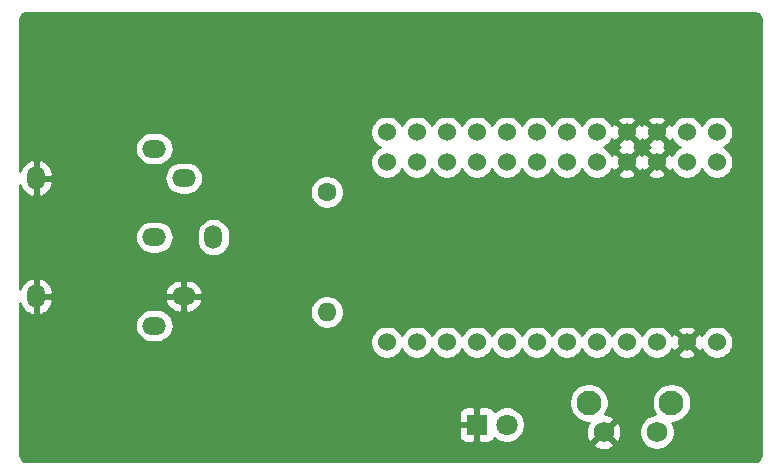
<source format=gbl>
G04 #@! TF.GenerationSoftware,KiCad,Pcbnew,(5.1.5)-3*
G04 #@! TF.CreationDate,2020-06-08T19:46:27+02:00*
G04 #@! TF.ProjectId,C64 XUM1541,43363420-5855-44d3-9135-34312e6b6963,rev?*
G04 #@! TF.SameCoordinates,Original*
G04 #@! TF.FileFunction,Copper,L2,Bot*
G04 #@! TF.FilePolarity,Positive*
%FSLAX46Y46*%
G04 Gerber Fmt 4.6, Leading zero omitted, Abs format (unit mm)*
G04 Created by KiCad (PCBNEW (5.1.5)-3) date 2020-06-08 19:46:27*
%MOMM*%
%LPD*%
G04 APERTURE LIST*
%ADD10C,1.524000*%
%ADD11O,2.000000X1.524000*%
%ADD12O,1.524000X2.000000*%
%ADD13C,1.800000*%
%ADD14R,1.800000X1.800000*%
%ADD15O,1.600000X1.600000*%
%ADD16C,1.600000*%
%ADD17C,2.100000*%
%ADD18C,1.750000*%
%ADD19C,0.254000*%
G04 APERTURE END LIST*
D10*
X109220000Y-80010000D03*
X119380000Y-80010000D03*
X106680000Y-80010000D03*
X111760000Y-80010000D03*
X114300000Y-80010000D03*
X104140000Y-80010000D03*
X116840000Y-80010000D03*
X101600000Y-80010000D03*
X99060000Y-80010000D03*
X96520000Y-80010000D03*
X93980000Y-80010000D03*
X121920000Y-80010000D03*
X121920000Y-77470000D03*
X121920000Y-95250000D03*
X119380000Y-95250000D03*
X116840000Y-95250000D03*
X114300000Y-95250000D03*
X111760000Y-95250000D03*
X109220000Y-95250000D03*
X106680000Y-95250000D03*
X104140000Y-95250000D03*
X101600000Y-95250000D03*
X99060000Y-95250000D03*
X96520000Y-95250000D03*
X93980000Y-95250000D03*
X93980000Y-77470000D03*
X96520000Y-77470000D03*
X99060000Y-77470000D03*
X101600000Y-77470000D03*
X104140000Y-77470000D03*
X106680000Y-77470000D03*
X109220000Y-77470000D03*
X111760000Y-77470000D03*
X114300000Y-77470000D03*
X116840000Y-77470000D03*
X119380000Y-77470000D03*
D11*
X76795000Y-81360000D03*
X76795000Y-91360000D03*
X74295000Y-78860000D03*
X74295000Y-93860000D03*
D12*
X64295000Y-81360000D03*
X64295000Y-91360000D03*
D11*
X74295000Y-86360000D03*
D12*
X79295000Y-86360000D03*
D13*
X104140000Y-102235000D03*
D14*
X101600000Y-102235000D03*
D15*
X88900000Y-92710000D03*
D16*
X88900000Y-82550000D03*
D17*
X118090000Y-100380000D03*
D18*
X116840000Y-102870000D03*
X112340000Y-102870000D03*
D17*
X111080000Y-100380000D03*
D19*
G36*
X125203109Y-67399005D02*
G01*
X125307101Y-67430402D01*
X125403014Y-67481399D01*
X125487194Y-67550055D01*
X125556440Y-67633758D01*
X125608105Y-67729311D01*
X125640227Y-67833078D01*
X125655000Y-67973641D01*
X125655001Y-104740270D01*
X125640995Y-104883109D01*
X125609599Y-104987099D01*
X125558601Y-105083013D01*
X125489941Y-105167199D01*
X125406243Y-105236439D01*
X125310689Y-105288105D01*
X125206922Y-105320227D01*
X125066359Y-105335000D01*
X63534720Y-105335000D01*
X63391891Y-105320995D01*
X63287901Y-105289599D01*
X63191987Y-105238601D01*
X63107801Y-105169941D01*
X63038561Y-105086243D01*
X62986895Y-104990689D01*
X62954773Y-104886922D01*
X62940000Y-104746359D01*
X62940000Y-103916240D01*
X111473365Y-103916240D01*
X111554025Y-104167868D01*
X111822329Y-104296267D01*
X112110526Y-104369855D01*
X112407543Y-104385804D01*
X112701963Y-104343501D01*
X112982474Y-104244572D01*
X113125975Y-104167868D01*
X113206635Y-103916240D01*
X112340000Y-103049605D01*
X111473365Y-103916240D01*
X62940000Y-103916240D01*
X62940000Y-103135000D01*
X100061928Y-103135000D01*
X100074188Y-103259482D01*
X100110498Y-103379180D01*
X100169463Y-103489494D01*
X100248815Y-103586185D01*
X100345506Y-103665537D01*
X100455820Y-103724502D01*
X100575518Y-103760812D01*
X100700000Y-103773072D01*
X101314250Y-103770000D01*
X101473000Y-103611250D01*
X101473000Y-102362000D01*
X100223750Y-102362000D01*
X100065000Y-102520750D01*
X100061928Y-103135000D01*
X62940000Y-103135000D01*
X62940000Y-101335000D01*
X100061928Y-101335000D01*
X100065000Y-101949250D01*
X100223750Y-102108000D01*
X101473000Y-102108000D01*
X101473000Y-100858750D01*
X101727000Y-100858750D01*
X101727000Y-102108000D01*
X101747000Y-102108000D01*
X101747000Y-102362000D01*
X101727000Y-102362000D01*
X101727000Y-103611250D01*
X101885750Y-103770000D01*
X102500000Y-103773072D01*
X102624482Y-103760812D01*
X102744180Y-103724502D01*
X102854494Y-103665537D01*
X102951185Y-103586185D01*
X103030537Y-103489494D01*
X103089502Y-103379180D01*
X103095056Y-103360873D01*
X103161495Y-103427312D01*
X103412905Y-103595299D01*
X103692257Y-103711011D01*
X103988816Y-103770000D01*
X104291184Y-103770000D01*
X104587743Y-103711011D01*
X104867095Y-103595299D01*
X105118505Y-103427312D01*
X105332312Y-103213505D01*
X105500299Y-102962095D01*
X105616011Y-102682743D01*
X105675000Y-102386184D01*
X105675000Y-102083816D01*
X105616011Y-101787257D01*
X105500299Y-101507905D01*
X105332312Y-101256495D01*
X105118505Y-101042688D01*
X104867095Y-100874701D01*
X104587743Y-100758989D01*
X104291184Y-100700000D01*
X103988816Y-100700000D01*
X103692257Y-100758989D01*
X103412905Y-100874701D01*
X103161495Y-101042688D01*
X103095056Y-101109127D01*
X103089502Y-101090820D01*
X103030537Y-100980506D01*
X102951185Y-100883815D01*
X102854494Y-100804463D01*
X102744180Y-100745498D01*
X102624482Y-100709188D01*
X102500000Y-100696928D01*
X101885750Y-100700000D01*
X101727000Y-100858750D01*
X101473000Y-100858750D01*
X101314250Y-100700000D01*
X100700000Y-100696928D01*
X100575518Y-100709188D01*
X100455820Y-100745498D01*
X100345506Y-100804463D01*
X100248815Y-100883815D01*
X100169463Y-100980506D01*
X100110498Y-101090820D01*
X100074188Y-101210518D01*
X100061928Y-101335000D01*
X62940000Y-101335000D01*
X62940000Y-100214042D01*
X109395000Y-100214042D01*
X109395000Y-100545958D01*
X109459754Y-100871496D01*
X109586772Y-101178147D01*
X109771175Y-101454125D01*
X110005875Y-101688825D01*
X110281853Y-101873228D01*
X110588504Y-102000246D01*
X110914042Y-102065000D01*
X111101483Y-102065000D01*
X111042132Y-102084025D01*
X110913733Y-102352329D01*
X110840145Y-102640526D01*
X110824196Y-102937543D01*
X110866499Y-103231963D01*
X110965428Y-103512474D01*
X111042132Y-103655975D01*
X111293760Y-103736635D01*
X112160395Y-102870000D01*
X112519605Y-102870000D01*
X113386240Y-103736635D01*
X113637868Y-103655975D01*
X113766267Y-103387671D01*
X113839855Y-103099474D01*
X113855804Y-102802457D01*
X113844140Y-102721278D01*
X115330000Y-102721278D01*
X115330000Y-103018722D01*
X115388029Y-103310451D01*
X115501856Y-103585253D01*
X115667107Y-103832569D01*
X115877431Y-104042893D01*
X116124747Y-104208144D01*
X116399549Y-104321971D01*
X116691278Y-104380000D01*
X116988722Y-104380000D01*
X117280451Y-104321971D01*
X117555253Y-104208144D01*
X117802569Y-104042893D01*
X118012893Y-103832569D01*
X118178144Y-103585253D01*
X118291971Y-103310451D01*
X118350000Y-103018722D01*
X118350000Y-102721278D01*
X118291971Y-102429549D01*
X118178144Y-102154747D01*
X118118177Y-102065000D01*
X118255958Y-102065000D01*
X118581496Y-102000246D01*
X118888147Y-101873228D01*
X119164125Y-101688825D01*
X119398825Y-101454125D01*
X119583228Y-101178147D01*
X119710246Y-100871496D01*
X119775000Y-100545958D01*
X119775000Y-100214042D01*
X119710246Y-99888504D01*
X119583228Y-99581853D01*
X119398825Y-99305875D01*
X119164125Y-99071175D01*
X118888147Y-98886772D01*
X118581496Y-98759754D01*
X118255958Y-98695000D01*
X117924042Y-98695000D01*
X117598504Y-98759754D01*
X117291853Y-98886772D01*
X117015875Y-99071175D01*
X116781175Y-99305875D01*
X116596772Y-99581853D01*
X116469754Y-99888504D01*
X116405000Y-100214042D01*
X116405000Y-100545958D01*
X116469754Y-100871496D01*
X116596772Y-101178147D01*
X116718283Y-101360000D01*
X116691278Y-101360000D01*
X116399549Y-101418029D01*
X116124747Y-101531856D01*
X115877431Y-101697107D01*
X115667107Y-101907431D01*
X115501856Y-102154747D01*
X115388029Y-102429549D01*
X115330000Y-102721278D01*
X113844140Y-102721278D01*
X113813501Y-102508037D01*
X113714572Y-102227526D01*
X113637868Y-102084025D01*
X113386240Y-102003365D01*
X112519605Y-102870000D01*
X112160395Y-102870000D01*
X112146253Y-102855858D01*
X112325858Y-102676253D01*
X112340000Y-102690395D01*
X113206635Y-101823760D01*
X113125975Y-101572132D01*
X112857671Y-101443733D01*
X112569474Y-101370145D01*
X112449252Y-101363689D01*
X112573228Y-101178147D01*
X112700246Y-100871496D01*
X112765000Y-100545958D01*
X112765000Y-100214042D01*
X112700246Y-99888504D01*
X112573228Y-99581853D01*
X112388825Y-99305875D01*
X112154125Y-99071175D01*
X111878147Y-98886772D01*
X111571496Y-98759754D01*
X111245958Y-98695000D01*
X110914042Y-98695000D01*
X110588504Y-98759754D01*
X110281853Y-98886772D01*
X110005875Y-99071175D01*
X109771175Y-99305875D01*
X109586772Y-99581853D01*
X109459754Y-99888504D01*
X109395000Y-100214042D01*
X62940000Y-100214042D01*
X62940000Y-93860000D01*
X72653241Y-93860000D01*
X72680214Y-94133860D01*
X72760096Y-94397195D01*
X72889817Y-94639887D01*
X73064392Y-94852608D01*
X73277113Y-95027183D01*
X73519805Y-95156904D01*
X73783140Y-95236786D01*
X73988375Y-95257000D01*
X74601625Y-95257000D01*
X74806860Y-95236786D01*
X75070195Y-95156904D01*
X75153441Y-95112408D01*
X92583000Y-95112408D01*
X92583000Y-95387592D01*
X92636686Y-95657490D01*
X92741995Y-95911727D01*
X92894880Y-96140535D01*
X93089465Y-96335120D01*
X93318273Y-96488005D01*
X93572510Y-96593314D01*
X93842408Y-96647000D01*
X94117592Y-96647000D01*
X94387490Y-96593314D01*
X94641727Y-96488005D01*
X94870535Y-96335120D01*
X95065120Y-96140535D01*
X95218005Y-95911727D01*
X95250000Y-95834485D01*
X95281995Y-95911727D01*
X95434880Y-96140535D01*
X95629465Y-96335120D01*
X95858273Y-96488005D01*
X96112510Y-96593314D01*
X96382408Y-96647000D01*
X96657592Y-96647000D01*
X96927490Y-96593314D01*
X97181727Y-96488005D01*
X97410535Y-96335120D01*
X97605120Y-96140535D01*
X97758005Y-95911727D01*
X97790000Y-95834485D01*
X97821995Y-95911727D01*
X97974880Y-96140535D01*
X98169465Y-96335120D01*
X98398273Y-96488005D01*
X98652510Y-96593314D01*
X98922408Y-96647000D01*
X99197592Y-96647000D01*
X99467490Y-96593314D01*
X99721727Y-96488005D01*
X99950535Y-96335120D01*
X100145120Y-96140535D01*
X100298005Y-95911727D01*
X100330000Y-95834485D01*
X100361995Y-95911727D01*
X100514880Y-96140535D01*
X100709465Y-96335120D01*
X100938273Y-96488005D01*
X101192510Y-96593314D01*
X101462408Y-96647000D01*
X101737592Y-96647000D01*
X102007490Y-96593314D01*
X102261727Y-96488005D01*
X102490535Y-96335120D01*
X102685120Y-96140535D01*
X102838005Y-95911727D01*
X102870000Y-95834485D01*
X102901995Y-95911727D01*
X103054880Y-96140535D01*
X103249465Y-96335120D01*
X103478273Y-96488005D01*
X103732510Y-96593314D01*
X104002408Y-96647000D01*
X104277592Y-96647000D01*
X104547490Y-96593314D01*
X104801727Y-96488005D01*
X105030535Y-96335120D01*
X105225120Y-96140535D01*
X105378005Y-95911727D01*
X105410000Y-95834485D01*
X105441995Y-95911727D01*
X105594880Y-96140535D01*
X105789465Y-96335120D01*
X106018273Y-96488005D01*
X106272510Y-96593314D01*
X106542408Y-96647000D01*
X106817592Y-96647000D01*
X107087490Y-96593314D01*
X107341727Y-96488005D01*
X107570535Y-96335120D01*
X107765120Y-96140535D01*
X107918005Y-95911727D01*
X107950000Y-95834485D01*
X107981995Y-95911727D01*
X108134880Y-96140535D01*
X108329465Y-96335120D01*
X108558273Y-96488005D01*
X108812510Y-96593314D01*
X109082408Y-96647000D01*
X109357592Y-96647000D01*
X109627490Y-96593314D01*
X109881727Y-96488005D01*
X110110535Y-96335120D01*
X110305120Y-96140535D01*
X110458005Y-95911727D01*
X110490000Y-95834485D01*
X110521995Y-95911727D01*
X110674880Y-96140535D01*
X110869465Y-96335120D01*
X111098273Y-96488005D01*
X111352510Y-96593314D01*
X111622408Y-96647000D01*
X111897592Y-96647000D01*
X112167490Y-96593314D01*
X112421727Y-96488005D01*
X112650535Y-96335120D01*
X112845120Y-96140535D01*
X112998005Y-95911727D01*
X113030000Y-95834485D01*
X113061995Y-95911727D01*
X113214880Y-96140535D01*
X113409465Y-96335120D01*
X113638273Y-96488005D01*
X113892510Y-96593314D01*
X114162408Y-96647000D01*
X114437592Y-96647000D01*
X114707490Y-96593314D01*
X114961727Y-96488005D01*
X115190535Y-96335120D01*
X115385120Y-96140535D01*
X115538005Y-95911727D01*
X115570000Y-95834485D01*
X115601995Y-95911727D01*
X115754880Y-96140535D01*
X115949465Y-96335120D01*
X116178273Y-96488005D01*
X116432510Y-96593314D01*
X116702408Y-96647000D01*
X116977592Y-96647000D01*
X117247490Y-96593314D01*
X117501727Y-96488005D01*
X117730535Y-96335120D01*
X117850090Y-96215565D01*
X118594040Y-96215565D01*
X118661020Y-96455656D01*
X118910048Y-96572756D01*
X119177135Y-96639023D01*
X119452017Y-96651910D01*
X119724133Y-96610922D01*
X119983023Y-96517636D01*
X120098980Y-96455656D01*
X120165960Y-96215565D01*
X119380000Y-95429605D01*
X118594040Y-96215565D01*
X117850090Y-96215565D01*
X117925120Y-96140535D01*
X118078005Y-95911727D01*
X118107692Y-95840057D01*
X118112364Y-95853023D01*
X118174344Y-95968980D01*
X118414435Y-96035960D01*
X119200395Y-95250000D01*
X119559605Y-95250000D01*
X120345565Y-96035960D01*
X120585656Y-95968980D01*
X120649485Y-95833240D01*
X120681995Y-95911727D01*
X120834880Y-96140535D01*
X121029465Y-96335120D01*
X121258273Y-96488005D01*
X121512510Y-96593314D01*
X121782408Y-96647000D01*
X122057592Y-96647000D01*
X122327490Y-96593314D01*
X122581727Y-96488005D01*
X122810535Y-96335120D01*
X123005120Y-96140535D01*
X123158005Y-95911727D01*
X123263314Y-95657490D01*
X123317000Y-95387592D01*
X123317000Y-95112408D01*
X123263314Y-94842510D01*
X123158005Y-94588273D01*
X123005120Y-94359465D01*
X122810535Y-94164880D01*
X122581727Y-94011995D01*
X122327490Y-93906686D01*
X122057592Y-93853000D01*
X121782408Y-93853000D01*
X121512510Y-93906686D01*
X121258273Y-94011995D01*
X121029465Y-94164880D01*
X120834880Y-94359465D01*
X120681995Y-94588273D01*
X120652308Y-94659943D01*
X120647636Y-94646977D01*
X120585656Y-94531020D01*
X120345565Y-94464040D01*
X119559605Y-95250000D01*
X119200395Y-95250000D01*
X118414435Y-94464040D01*
X118174344Y-94531020D01*
X118110515Y-94666760D01*
X118078005Y-94588273D01*
X117925120Y-94359465D01*
X117850090Y-94284435D01*
X118594040Y-94284435D01*
X119380000Y-95070395D01*
X120165960Y-94284435D01*
X120098980Y-94044344D01*
X119849952Y-93927244D01*
X119582865Y-93860977D01*
X119307983Y-93848090D01*
X119035867Y-93889078D01*
X118776977Y-93982364D01*
X118661020Y-94044344D01*
X118594040Y-94284435D01*
X117850090Y-94284435D01*
X117730535Y-94164880D01*
X117501727Y-94011995D01*
X117247490Y-93906686D01*
X116977592Y-93853000D01*
X116702408Y-93853000D01*
X116432510Y-93906686D01*
X116178273Y-94011995D01*
X115949465Y-94164880D01*
X115754880Y-94359465D01*
X115601995Y-94588273D01*
X115570000Y-94665515D01*
X115538005Y-94588273D01*
X115385120Y-94359465D01*
X115190535Y-94164880D01*
X114961727Y-94011995D01*
X114707490Y-93906686D01*
X114437592Y-93853000D01*
X114162408Y-93853000D01*
X113892510Y-93906686D01*
X113638273Y-94011995D01*
X113409465Y-94164880D01*
X113214880Y-94359465D01*
X113061995Y-94588273D01*
X113030000Y-94665515D01*
X112998005Y-94588273D01*
X112845120Y-94359465D01*
X112650535Y-94164880D01*
X112421727Y-94011995D01*
X112167490Y-93906686D01*
X111897592Y-93853000D01*
X111622408Y-93853000D01*
X111352510Y-93906686D01*
X111098273Y-94011995D01*
X110869465Y-94164880D01*
X110674880Y-94359465D01*
X110521995Y-94588273D01*
X110490000Y-94665515D01*
X110458005Y-94588273D01*
X110305120Y-94359465D01*
X110110535Y-94164880D01*
X109881727Y-94011995D01*
X109627490Y-93906686D01*
X109357592Y-93853000D01*
X109082408Y-93853000D01*
X108812510Y-93906686D01*
X108558273Y-94011995D01*
X108329465Y-94164880D01*
X108134880Y-94359465D01*
X107981995Y-94588273D01*
X107950000Y-94665515D01*
X107918005Y-94588273D01*
X107765120Y-94359465D01*
X107570535Y-94164880D01*
X107341727Y-94011995D01*
X107087490Y-93906686D01*
X106817592Y-93853000D01*
X106542408Y-93853000D01*
X106272510Y-93906686D01*
X106018273Y-94011995D01*
X105789465Y-94164880D01*
X105594880Y-94359465D01*
X105441995Y-94588273D01*
X105410000Y-94665515D01*
X105378005Y-94588273D01*
X105225120Y-94359465D01*
X105030535Y-94164880D01*
X104801727Y-94011995D01*
X104547490Y-93906686D01*
X104277592Y-93853000D01*
X104002408Y-93853000D01*
X103732510Y-93906686D01*
X103478273Y-94011995D01*
X103249465Y-94164880D01*
X103054880Y-94359465D01*
X102901995Y-94588273D01*
X102870000Y-94665515D01*
X102838005Y-94588273D01*
X102685120Y-94359465D01*
X102490535Y-94164880D01*
X102261727Y-94011995D01*
X102007490Y-93906686D01*
X101737592Y-93853000D01*
X101462408Y-93853000D01*
X101192510Y-93906686D01*
X100938273Y-94011995D01*
X100709465Y-94164880D01*
X100514880Y-94359465D01*
X100361995Y-94588273D01*
X100330000Y-94665515D01*
X100298005Y-94588273D01*
X100145120Y-94359465D01*
X99950535Y-94164880D01*
X99721727Y-94011995D01*
X99467490Y-93906686D01*
X99197592Y-93853000D01*
X98922408Y-93853000D01*
X98652510Y-93906686D01*
X98398273Y-94011995D01*
X98169465Y-94164880D01*
X97974880Y-94359465D01*
X97821995Y-94588273D01*
X97790000Y-94665515D01*
X97758005Y-94588273D01*
X97605120Y-94359465D01*
X97410535Y-94164880D01*
X97181727Y-94011995D01*
X96927490Y-93906686D01*
X96657592Y-93853000D01*
X96382408Y-93853000D01*
X96112510Y-93906686D01*
X95858273Y-94011995D01*
X95629465Y-94164880D01*
X95434880Y-94359465D01*
X95281995Y-94588273D01*
X95250000Y-94665515D01*
X95218005Y-94588273D01*
X95065120Y-94359465D01*
X94870535Y-94164880D01*
X94641727Y-94011995D01*
X94387490Y-93906686D01*
X94117592Y-93853000D01*
X93842408Y-93853000D01*
X93572510Y-93906686D01*
X93318273Y-94011995D01*
X93089465Y-94164880D01*
X92894880Y-94359465D01*
X92741995Y-94588273D01*
X92636686Y-94842510D01*
X92583000Y-95112408D01*
X75153441Y-95112408D01*
X75312887Y-95027183D01*
X75525608Y-94852608D01*
X75700183Y-94639887D01*
X75829904Y-94397195D01*
X75909786Y-94133860D01*
X75936759Y-93860000D01*
X75909786Y-93586140D01*
X75829904Y-93322805D01*
X75700183Y-93080113D01*
X75525608Y-92867392D01*
X75312887Y-92692817D01*
X75070195Y-92563096D01*
X74806860Y-92483214D01*
X74601625Y-92463000D01*
X73988375Y-92463000D01*
X73783140Y-92483214D01*
X73519805Y-92563096D01*
X73277113Y-92692817D01*
X73064392Y-92867392D01*
X72889817Y-93080113D01*
X72760096Y-93322805D01*
X72680214Y-93586140D01*
X72653241Y-93860000D01*
X62940000Y-93860000D01*
X62940000Y-91972351D01*
X62941207Y-91979128D01*
X63041574Y-92235917D01*
X63190110Y-92468191D01*
X63381106Y-92667024D01*
X63607222Y-92824775D01*
X63859769Y-92935382D01*
X63951930Y-92952220D01*
X64168000Y-92829720D01*
X64168000Y-91487000D01*
X64422000Y-91487000D01*
X64422000Y-92829720D01*
X64638070Y-92952220D01*
X64730231Y-92935382D01*
X64982778Y-92824775D01*
X65208894Y-92667024D01*
X65399890Y-92468191D01*
X65548426Y-92235917D01*
X65648793Y-91979128D01*
X65697135Y-91707693D01*
X65693808Y-91703070D01*
X75202780Y-91703070D01*
X75219618Y-91795231D01*
X75330225Y-92047778D01*
X75487976Y-92273894D01*
X75686809Y-92464890D01*
X75919083Y-92613426D01*
X76175872Y-92713793D01*
X76447307Y-92762135D01*
X76668000Y-92603282D01*
X76668000Y-91487000D01*
X76922000Y-91487000D01*
X76922000Y-92603282D01*
X77142693Y-92762135D01*
X77414128Y-92713793D01*
X77670917Y-92613426D01*
X77740912Y-92568665D01*
X87465000Y-92568665D01*
X87465000Y-92851335D01*
X87520147Y-93128574D01*
X87628320Y-93389727D01*
X87785363Y-93624759D01*
X87985241Y-93824637D01*
X88220273Y-93981680D01*
X88481426Y-94089853D01*
X88758665Y-94145000D01*
X89041335Y-94145000D01*
X89318574Y-94089853D01*
X89579727Y-93981680D01*
X89814759Y-93824637D01*
X90014637Y-93624759D01*
X90171680Y-93389727D01*
X90279853Y-93128574D01*
X90335000Y-92851335D01*
X90335000Y-92568665D01*
X90279853Y-92291426D01*
X90171680Y-92030273D01*
X90014637Y-91795241D01*
X89814759Y-91595363D01*
X89579727Y-91438320D01*
X89318574Y-91330147D01*
X89041335Y-91275000D01*
X88758665Y-91275000D01*
X88481426Y-91330147D01*
X88220273Y-91438320D01*
X87985241Y-91595363D01*
X87785363Y-91795241D01*
X87628320Y-92030273D01*
X87520147Y-92291426D01*
X87465000Y-92568665D01*
X77740912Y-92568665D01*
X77903191Y-92464890D01*
X78102024Y-92273894D01*
X78259775Y-92047778D01*
X78370382Y-91795231D01*
X78387220Y-91703070D01*
X78264720Y-91487000D01*
X76922000Y-91487000D01*
X76668000Y-91487000D01*
X75325280Y-91487000D01*
X75202780Y-91703070D01*
X65693808Y-91703070D01*
X65538282Y-91487000D01*
X64422000Y-91487000D01*
X64168000Y-91487000D01*
X64148000Y-91487000D01*
X64148000Y-91233000D01*
X64168000Y-91233000D01*
X64168000Y-89890280D01*
X64422000Y-89890280D01*
X64422000Y-91233000D01*
X65538282Y-91233000D01*
X65693807Y-91016930D01*
X75202780Y-91016930D01*
X75325280Y-91233000D01*
X76668000Y-91233000D01*
X76668000Y-90116718D01*
X76922000Y-90116718D01*
X76922000Y-91233000D01*
X78264720Y-91233000D01*
X78387220Y-91016930D01*
X78370382Y-90924769D01*
X78259775Y-90672222D01*
X78102024Y-90446106D01*
X77903191Y-90255110D01*
X77670917Y-90106574D01*
X77414128Y-90006207D01*
X77142693Y-89957865D01*
X76922000Y-90116718D01*
X76668000Y-90116718D01*
X76447307Y-89957865D01*
X76175872Y-90006207D01*
X75919083Y-90106574D01*
X75686809Y-90255110D01*
X75487976Y-90446106D01*
X75330225Y-90672222D01*
X75219618Y-90924769D01*
X75202780Y-91016930D01*
X65693807Y-91016930D01*
X65697135Y-91012307D01*
X65648793Y-90740872D01*
X65548426Y-90484083D01*
X65399890Y-90251809D01*
X65208894Y-90052976D01*
X64982778Y-89895225D01*
X64730231Y-89784618D01*
X64638070Y-89767780D01*
X64422000Y-89890280D01*
X64168000Y-89890280D01*
X63951930Y-89767780D01*
X63859769Y-89784618D01*
X63607222Y-89895225D01*
X63381106Y-90052976D01*
X63190110Y-90251809D01*
X63041574Y-90484083D01*
X62941207Y-90740872D01*
X62940000Y-90747649D01*
X62940000Y-86360000D01*
X72653241Y-86360000D01*
X72680214Y-86633860D01*
X72760096Y-86897195D01*
X72889817Y-87139887D01*
X73064392Y-87352608D01*
X73277113Y-87527183D01*
X73519805Y-87656904D01*
X73783140Y-87736786D01*
X73988375Y-87757000D01*
X74601625Y-87757000D01*
X74806860Y-87736786D01*
X75070195Y-87656904D01*
X75312887Y-87527183D01*
X75525608Y-87352608D01*
X75700183Y-87139887D01*
X75829904Y-86897195D01*
X75909786Y-86633860D01*
X75936759Y-86360000D01*
X75909786Y-86086140D01*
X75899847Y-86053375D01*
X77898000Y-86053375D01*
X77898000Y-86666624D01*
X77918214Y-86871859D01*
X77998096Y-87135194D01*
X78127817Y-87377886D01*
X78302392Y-87590607D01*
X78515113Y-87765183D01*
X78757805Y-87894904D01*
X79021140Y-87974786D01*
X79295000Y-88001759D01*
X79568859Y-87974786D01*
X79832194Y-87894904D01*
X80074886Y-87765183D01*
X80287607Y-87590608D01*
X80462183Y-87377887D01*
X80591904Y-87135195D01*
X80671786Y-86871860D01*
X80692000Y-86666625D01*
X80692000Y-86053376D01*
X80671786Y-85848141D01*
X80591904Y-85584806D01*
X80462183Y-85342113D01*
X80287608Y-85129392D01*
X80074887Y-84954817D01*
X79832195Y-84825096D01*
X79568860Y-84745214D01*
X79295000Y-84718241D01*
X79021141Y-84745214D01*
X78757806Y-84825096D01*
X78515114Y-84954817D01*
X78302393Y-85129392D01*
X78127817Y-85342113D01*
X77998096Y-85584805D01*
X77918214Y-85848140D01*
X77898000Y-86053375D01*
X75899847Y-86053375D01*
X75829904Y-85822805D01*
X75700183Y-85580113D01*
X75525608Y-85367392D01*
X75312887Y-85192817D01*
X75070195Y-85063096D01*
X74806860Y-84983214D01*
X74601625Y-84963000D01*
X73988375Y-84963000D01*
X73783140Y-84983214D01*
X73519805Y-85063096D01*
X73277113Y-85192817D01*
X73064392Y-85367392D01*
X72889817Y-85580113D01*
X72760096Y-85822805D01*
X72680214Y-86086140D01*
X72653241Y-86360000D01*
X62940000Y-86360000D01*
X62940000Y-81972351D01*
X62941207Y-81979128D01*
X63041574Y-82235917D01*
X63190110Y-82468191D01*
X63381106Y-82667024D01*
X63607222Y-82824775D01*
X63859769Y-82935382D01*
X63951930Y-82952220D01*
X64168000Y-82829720D01*
X64168000Y-81487000D01*
X64422000Y-81487000D01*
X64422000Y-82829720D01*
X64638070Y-82952220D01*
X64730231Y-82935382D01*
X64982778Y-82824775D01*
X65208894Y-82667024D01*
X65399890Y-82468191D01*
X65548426Y-82235917D01*
X65648793Y-81979128D01*
X65697135Y-81707693D01*
X65538282Y-81487000D01*
X64422000Y-81487000D01*
X64168000Y-81487000D01*
X64148000Y-81487000D01*
X64148000Y-81360000D01*
X75153241Y-81360000D01*
X75180214Y-81633860D01*
X75260096Y-81897195D01*
X75389817Y-82139887D01*
X75564392Y-82352608D01*
X75777113Y-82527183D01*
X76019805Y-82656904D01*
X76283140Y-82736786D01*
X76488375Y-82757000D01*
X77101625Y-82757000D01*
X77306860Y-82736786D01*
X77570195Y-82656904D01*
X77812887Y-82527183D01*
X77957302Y-82408665D01*
X87465000Y-82408665D01*
X87465000Y-82691335D01*
X87520147Y-82968574D01*
X87628320Y-83229727D01*
X87785363Y-83464759D01*
X87985241Y-83664637D01*
X88220273Y-83821680D01*
X88481426Y-83929853D01*
X88758665Y-83985000D01*
X89041335Y-83985000D01*
X89318574Y-83929853D01*
X89579727Y-83821680D01*
X89814759Y-83664637D01*
X90014637Y-83464759D01*
X90171680Y-83229727D01*
X90279853Y-82968574D01*
X90335000Y-82691335D01*
X90335000Y-82408665D01*
X90279853Y-82131426D01*
X90171680Y-81870273D01*
X90014637Y-81635241D01*
X89814759Y-81435363D01*
X89579727Y-81278320D01*
X89318574Y-81170147D01*
X89041335Y-81115000D01*
X88758665Y-81115000D01*
X88481426Y-81170147D01*
X88220273Y-81278320D01*
X87985241Y-81435363D01*
X87785363Y-81635241D01*
X87628320Y-81870273D01*
X87520147Y-82131426D01*
X87465000Y-82408665D01*
X77957302Y-82408665D01*
X78025608Y-82352608D01*
X78200183Y-82139887D01*
X78329904Y-81897195D01*
X78409786Y-81633860D01*
X78436759Y-81360000D01*
X78409786Y-81086140D01*
X78329904Y-80822805D01*
X78200183Y-80580113D01*
X78025608Y-80367392D01*
X77812887Y-80192817D01*
X77570195Y-80063096D01*
X77306860Y-79983214D01*
X77101625Y-79963000D01*
X76488375Y-79963000D01*
X76283140Y-79983214D01*
X76019805Y-80063096D01*
X75777113Y-80192817D01*
X75564392Y-80367392D01*
X75389817Y-80580113D01*
X75260096Y-80822805D01*
X75180214Y-81086140D01*
X75153241Y-81360000D01*
X64148000Y-81360000D01*
X64148000Y-81233000D01*
X64168000Y-81233000D01*
X64168000Y-79890280D01*
X64422000Y-79890280D01*
X64422000Y-81233000D01*
X65538282Y-81233000D01*
X65697135Y-81012307D01*
X65648793Y-80740872D01*
X65548426Y-80484083D01*
X65399890Y-80251809D01*
X65208894Y-80052976D01*
X64982778Y-79895225D01*
X64730231Y-79784618D01*
X64638070Y-79767780D01*
X64422000Y-79890280D01*
X64168000Y-79890280D01*
X63951930Y-79767780D01*
X63859769Y-79784618D01*
X63607222Y-79895225D01*
X63381106Y-80052976D01*
X63190110Y-80251809D01*
X63041574Y-80484083D01*
X62941207Y-80740872D01*
X62940000Y-80747649D01*
X62940000Y-78860000D01*
X72653241Y-78860000D01*
X72680214Y-79133860D01*
X72760096Y-79397195D01*
X72889817Y-79639887D01*
X73064392Y-79852608D01*
X73277113Y-80027183D01*
X73519805Y-80156904D01*
X73783140Y-80236786D01*
X73988375Y-80257000D01*
X74601625Y-80257000D01*
X74806860Y-80236786D01*
X75070195Y-80156904D01*
X75312887Y-80027183D01*
X75525608Y-79852608D01*
X75700183Y-79639887D01*
X75829904Y-79397195D01*
X75909786Y-79133860D01*
X75936759Y-78860000D01*
X75909786Y-78586140D01*
X75829904Y-78322805D01*
X75700183Y-78080113D01*
X75525608Y-77867392D01*
X75312887Y-77692817D01*
X75070195Y-77563096D01*
X74806860Y-77483214D01*
X74601625Y-77463000D01*
X73988375Y-77463000D01*
X73783140Y-77483214D01*
X73519805Y-77563096D01*
X73277113Y-77692817D01*
X73064392Y-77867392D01*
X72889817Y-78080113D01*
X72760096Y-78322805D01*
X72680214Y-78586140D01*
X72653241Y-78860000D01*
X62940000Y-78860000D01*
X62940000Y-77332408D01*
X92583000Y-77332408D01*
X92583000Y-77607592D01*
X92636686Y-77877490D01*
X92741995Y-78131727D01*
X92894880Y-78360535D01*
X93089465Y-78555120D01*
X93318273Y-78708005D01*
X93395515Y-78740000D01*
X93318273Y-78771995D01*
X93089465Y-78924880D01*
X92894880Y-79119465D01*
X92741995Y-79348273D01*
X92636686Y-79602510D01*
X92583000Y-79872408D01*
X92583000Y-80147592D01*
X92636686Y-80417490D01*
X92741995Y-80671727D01*
X92894880Y-80900535D01*
X93089465Y-81095120D01*
X93318273Y-81248005D01*
X93572510Y-81353314D01*
X93842408Y-81407000D01*
X94117592Y-81407000D01*
X94387490Y-81353314D01*
X94641727Y-81248005D01*
X94870535Y-81095120D01*
X95065120Y-80900535D01*
X95218005Y-80671727D01*
X95250000Y-80594485D01*
X95281995Y-80671727D01*
X95434880Y-80900535D01*
X95629465Y-81095120D01*
X95858273Y-81248005D01*
X96112510Y-81353314D01*
X96382408Y-81407000D01*
X96657592Y-81407000D01*
X96927490Y-81353314D01*
X97181727Y-81248005D01*
X97410535Y-81095120D01*
X97605120Y-80900535D01*
X97758005Y-80671727D01*
X97790000Y-80594485D01*
X97821995Y-80671727D01*
X97974880Y-80900535D01*
X98169465Y-81095120D01*
X98398273Y-81248005D01*
X98652510Y-81353314D01*
X98922408Y-81407000D01*
X99197592Y-81407000D01*
X99467490Y-81353314D01*
X99721727Y-81248005D01*
X99950535Y-81095120D01*
X100145120Y-80900535D01*
X100298005Y-80671727D01*
X100330000Y-80594485D01*
X100361995Y-80671727D01*
X100514880Y-80900535D01*
X100709465Y-81095120D01*
X100938273Y-81248005D01*
X101192510Y-81353314D01*
X101462408Y-81407000D01*
X101737592Y-81407000D01*
X102007490Y-81353314D01*
X102261727Y-81248005D01*
X102490535Y-81095120D01*
X102685120Y-80900535D01*
X102838005Y-80671727D01*
X102870000Y-80594485D01*
X102901995Y-80671727D01*
X103054880Y-80900535D01*
X103249465Y-81095120D01*
X103478273Y-81248005D01*
X103732510Y-81353314D01*
X104002408Y-81407000D01*
X104277592Y-81407000D01*
X104547490Y-81353314D01*
X104801727Y-81248005D01*
X105030535Y-81095120D01*
X105225120Y-80900535D01*
X105378005Y-80671727D01*
X105410000Y-80594485D01*
X105441995Y-80671727D01*
X105594880Y-80900535D01*
X105789465Y-81095120D01*
X106018273Y-81248005D01*
X106272510Y-81353314D01*
X106542408Y-81407000D01*
X106817592Y-81407000D01*
X107087490Y-81353314D01*
X107341727Y-81248005D01*
X107570535Y-81095120D01*
X107765120Y-80900535D01*
X107918005Y-80671727D01*
X107950000Y-80594485D01*
X107981995Y-80671727D01*
X108134880Y-80900535D01*
X108329465Y-81095120D01*
X108558273Y-81248005D01*
X108812510Y-81353314D01*
X109082408Y-81407000D01*
X109357592Y-81407000D01*
X109627490Y-81353314D01*
X109881727Y-81248005D01*
X110110535Y-81095120D01*
X110305120Y-80900535D01*
X110458005Y-80671727D01*
X110490000Y-80594485D01*
X110521995Y-80671727D01*
X110674880Y-80900535D01*
X110869465Y-81095120D01*
X111098273Y-81248005D01*
X111352510Y-81353314D01*
X111622408Y-81407000D01*
X111897592Y-81407000D01*
X112167490Y-81353314D01*
X112421727Y-81248005D01*
X112650535Y-81095120D01*
X112770090Y-80975565D01*
X113514040Y-80975565D01*
X113581020Y-81215656D01*
X113830048Y-81332756D01*
X114097135Y-81399023D01*
X114372017Y-81411910D01*
X114644133Y-81370922D01*
X114903023Y-81277636D01*
X115018980Y-81215656D01*
X115085960Y-80975565D01*
X116054040Y-80975565D01*
X116121020Y-81215656D01*
X116370048Y-81332756D01*
X116637135Y-81399023D01*
X116912017Y-81411910D01*
X117184133Y-81370922D01*
X117443023Y-81277636D01*
X117558980Y-81215656D01*
X117625960Y-80975565D01*
X116840000Y-80189605D01*
X116054040Y-80975565D01*
X115085960Y-80975565D01*
X114300000Y-80189605D01*
X113514040Y-80975565D01*
X112770090Y-80975565D01*
X112845120Y-80900535D01*
X112998005Y-80671727D01*
X113027692Y-80600057D01*
X113032364Y-80613023D01*
X113094344Y-80728980D01*
X113334435Y-80795960D01*
X114120395Y-80010000D01*
X114479605Y-80010000D01*
X115265565Y-80795960D01*
X115505656Y-80728980D01*
X115567079Y-80598356D01*
X115572364Y-80613023D01*
X115634344Y-80728980D01*
X115874435Y-80795960D01*
X116660395Y-80010000D01*
X115874435Y-79224040D01*
X115634344Y-79291020D01*
X115572921Y-79421644D01*
X115567636Y-79406977D01*
X115505656Y-79291020D01*
X115265565Y-79224040D01*
X114479605Y-80010000D01*
X114120395Y-80010000D01*
X113334435Y-79224040D01*
X113094344Y-79291020D01*
X113030515Y-79426760D01*
X112998005Y-79348273D01*
X112845120Y-79119465D01*
X112650535Y-78924880D01*
X112421727Y-78771995D01*
X112344485Y-78740000D01*
X112421727Y-78708005D01*
X112650535Y-78555120D01*
X112770090Y-78435565D01*
X113514040Y-78435565D01*
X113581020Y-78675656D01*
X113711644Y-78737079D01*
X113696977Y-78742364D01*
X113581020Y-78804344D01*
X113514040Y-79044435D01*
X114300000Y-79830395D01*
X115085960Y-79044435D01*
X115018980Y-78804344D01*
X114888356Y-78742921D01*
X114903023Y-78737636D01*
X115018980Y-78675656D01*
X115085960Y-78435565D01*
X116054040Y-78435565D01*
X116121020Y-78675656D01*
X116251644Y-78737079D01*
X116236977Y-78742364D01*
X116121020Y-78804344D01*
X116054040Y-79044435D01*
X116840000Y-79830395D01*
X117625960Y-79044435D01*
X117558980Y-78804344D01*
X117428356Y-78742921D01*
X117443023Y-78737636D01*
X117558980Y-78675656D01*
X117625960Y-78435565D01*
X116840000Y-77649605D01*
X116054040Y-78435565D01*
X115085960Y-78435565D01*
X114300000Y-77649605D01*
X113514040Y-78435565D01*
X112770090Y-78435565D01*
X112845120Y-78360535D01*
X112998005Y-78131727D01*
X113027692Y-78060057D01*
X113032364Y-78073023D01*
X113094344Y-78188980D01*
X113334435Y-78255960D01*
X114120395Y-77470000D01*
X114479605Y-77470000D01*
X115265565Y-78255960D01*
X115505656Y-78188980D01*
X115567079Y-78058356D01*
X115572364Y-78073023D01*
X115634344Y-78188980D01*
X115874435Y-78255960D01*
X116660395Y-77470000D01*
X117019605Y-77470000D01*
X117805565Y-78255960D01*
X118045656Y-78188980D01*
X118109485Y-78053240D01*
X118141995Y-78131727D01*
X118294880Y-78360535D01*
X118489465Y-78555120D01*
X118718273Y-78708005D01*
X118795515Y-78740000D01*
X118718273Y-78771995D01*
X118489465Y-78924880D01*
X118294880Y-79119465D01*
X118141995Y-79348273D01*
X118112308Y-79419943D01*
X118107636Y-79406977D01*
X118045656Y-79291020D01*
X117805565Y-79224040D01*
X117019605Y-80010000D01*
X117805565Y-80795960D01*
X118045656Y-80728980D01*
X118109485Y-80593240D01*
X118141995Y-80671727D01*
X118294880Y-80900535D01*
X118489465Y-81095120D01*
X118718273Y-81248005D01*
X118972510Y-81353314D01*
X119242408Y-81407000D01*
X119517592Y-81407000D01*
X119787490Y-81353314D01*
X120041727Y-81248005D01*
X120270535Y-81095120D01*
X120465120Y-80900535D01*
X120618005Y-80671727D01*
X120650000Y-80594485D01*
X120681995Y-80671727D01*
X120834880Y-80900535D01*
X121029465Y-81095120D01*
X121258273Y-81248005D01*
X121512510Y-81353314D01*
X121782408Y-81407000D01*
X122057592Y-81407000D01*
X122327490Y-81353314D01*
X122581727Y-81248005D01*
X122810535Y-81095120D01*
X123005120Y-80900535D01*
X123158005Y-80671727D01*
X123263314Y-80417490D01*
X123317000Y-80147592D01*
X123317000Y-79872408D01*
X123263314Y-79602510D01*
X123158005Y-79348273D01*
X123005120Y-79119465D01*
X122810535Y-78924880D01*
X122581727Y-78771995D01*
X122504485Y-78740000D01*
X122581727Y-78708005D01*
X122810535Y-78555120D01*
X123005120Y-78360535D01*
X123158005Y-78131727D01*
X123263314Y-77877490D01*
X123317000Y-77607592D01*
X123317000Y-77332408D01*
X123263314Y-77062510D01*
X123158005Y-76808273D01*
X123005120Y-76579465D01*
X122810535Y-76384880D01*
X122581727Y-76231995D01*
X122327490Y-76126686D01*
X122057592Y-76073000D01*
X121782408Y-76073000D01*
X121512510Y-76126686D01*
X121258273Y-76231995D01*
X121029465Y-76384880D01*
X120834880Y-76579465D01*
X120681995Y-76808273D01*
X120650000Y-76885515D01*
X120618005Y-76808273D01*
X120465120Y-76579465D01*
X120270535Y-76384880D01*
X120041727Y-76231995D01*
X119787490Y-76126686D01*
X119517592Y-76073000D01*
X119242408Y-76073000D01*
X118972510Y-76126686D01*
X118718273Y-76231995D01*
X118489465Y-76384880D01*
X118294880Y-76579465D01*
X118141995Y-76808273D01*
X118112308Y-76879943D01*
X118107636Y-76866977D01*
X118045656Y-76751020D01*
X117805565Y-76684040D01*
X117019605Y-77470000D01*
X116660395Y-77470000D01*
X115874435Y-76684040D01*
X115634344Y-76751020D01*
X115572921Y-76881644D01*
X115567636Y-76866977D01*
X115505656Y-76751020D01*
X115265565Y-76684040D01*
X114479605Y-77470000D01*
X114120395Y-77470000D01*
X113334435Y-76684040D01*
X113094344Y-76751020D01*
X113030515Y-76886760D01*
X112998005Y-76808273D01*
X112845120Y-76579465D01*
X112770090Y-76504435D01*
X113514040Y-76504435D01*
X114300000Y-77290395D01*
X115085960Y-76504435D01*
X116054040Y-76504435D01*
X116840000Y-77290395D01*
X117625960Y-76504435D01*
X117558980Y-76264344D01*
X117309952Y-76147244D01*
X117042865Y-76080977D01*
X116767983Y-76068090D01*
X116495867Y-76109078D01*
X116236977Y-76202364D01*
X116121020Y-76264344D01*
X116054040Y-76504435D01*
X115085960Y-76504435D01*
X115018980Y-76264344D01*
X114769952Y-76147244D01*
X114502865Y-76080977D01*
X114227983Y-76068090D01*
X113955867Y-76109078D01*
X113696977Y-76202364D01*
X113581020Y-76264344D01*
X113514040Y-76504435D01*
X112770090Y-76504435D01*
X112650535Y-76384880D01*
X112421727Y-76231995D01*
X112167490Y-76126686D01*
X111897592Y-76073000D01*
X111622408Y-76073000D01*
X111352510Y-76126686D01*
X111098273Y-76231995D01*
X110869465Y-76384880D01*
X110674880Y-76579465D01*
X110521995Y-76808273D01*
X110490000Y-76885515D01*
X110458005Y-76808273D01*
X110305120Y-76579465D01*
X110110535Y-76384880D01*
X109881727Y-76231995D01*
X109627490Y-76126686D01*
X109357592Y-76073000D01*
X109082408Y-76073000D01*
X108812510Y-76126686D01*
X108558273Y-76231995D01*
X108329465Y-76384880D01*
X108134880Y-76579465D01*
X107981995Y-76808273D01*
X107950000Y-76885515D01*
X107918005Y-76808273D01*
X107765120Y-76579465D01*
X107570535Y-76384880D01*
X107341727Y-76231995D01*
X107087490Y-76126686D01*
X106817592Y-76073000D01*
X106542408Y-76073000D01*
X106272510Y-76126686D01*
X106018273Y-76231995D01*
X105789465Y-76384880D01*
X105594880Y-76579465D01*
X105441995Y-76808273D01*
X105410000Y-76885515D01*
X105378005Y-76808273D01*
X105225120Y-76579465D01*
X105030535Y-76384880D01*
X104801727Y-76231995D01*
X104547490Y-76126686D01*
X104277592Y-76073000D01*
X104002408Y-76073000D01*
X103732510Y-76126686D01*
X103478273Y-76231995D01*
X103249465Y-76384880D01*
X103054880Y-76579465D01*
X102901995Y-76808273D01*
X102870000Y-76885515D01*
X102838005Y-76808273D01*
X102685120Y-76579465D01*
X102490535Y-76384880D01*
X102261727Y-76231995D01*
X102007490Y-76126686D01*
X101737592Y-76073000D01*
X101462408Y-76073000D01*
X101192510Y-76126686D01*
X100938273Y-76231995D01*
X100709465Y-76384880D01*
X100514880Y-76579465D01*
X100361995Y-76808273D01*
X100330000Y-76885515D01*
X100298005Y-76808273D01*
X100145120Y-76579465D01*
X99950535Y-76384880D01*
X99721727Y-76231995D01*
X99467490Y-76126686D01*
X99197592Y-76073000D01*
X98922408Y-76073000D01*
X98652510Y-76126686D01*
X98398273Y-76231995D01*
X98169465Y-76384880D01*
X97974880Y-76579465D01*
X97821995Y-76808273D01*
X97790000Y-76885515D01*
X97758005Y-76808273D01*
X97605120Y-76579465D01*
X97410535Y-76384880D01*
X97181727Y-76231995D01*
X96927490Y-76126686D01*
X96657592Y-76073000D01*
X96382408Y-76073000D01*
X96112510Y-76126686D01*
X95858273Y-76231995D01*
X95629465Y-76384880D01*
X95434880Y-76579465D01*
X95281995Y-76808273D01*
X95250000Y-76885515D01*
X95218005Y-76808273D01*
X95065120Y-76579465D01*
X94870535Y-76384880D01*
X94641727Y-76231995D01*
X94387490Y-76126686D01*
X94117592Y-76073000D01*
X93842408Y-76073000D01*
X93572510Y-76126686D01*
X93318273Y-76231995D01*
X93089465Y-76384880D01*
X92894880Y-76579465D01*
X92741995Y-76808273D01*
X92636686Y-77062510D01*
X92583000Y-77332408D01*
X62940000Y-77332408D01*
X62940000Y-67979720D01*
X62954005Y-67836891D01*
X62985402Y-67732899D01*
X63036399Y-67636986D01*
X63105055Y-67552806D01*
X63188758Y-67483560D01*
X63284311Y-67431895D01*
X63388078Y-67399773D01*
X63528641Y-67385000D01*
X125060280Y-67385000D01*
X125203109Y-67399005D01*
G37*
X125203109Y-67399005D02*
X125307101Y-67430402D01*
X125403014Y-67481399D01*
X125487194Y-67550055D01*
X125556440Y-67633758D01*
X125608105Y-67729311D01*
X125640227Y-67833078D01*
X125655000Y-67973641D01*
X125655001Y-104740270D01*
X125640995Y-104883109D01*
X125609599Y-104987099D01*
X125558601Y-105083013D01*
X125489941Y-105167199D01*
X125406243Y-105236439D01*
X125310689Y-105288105D01*
X125206922Y-105320227D01*
X125066359Y-105335000D01*
X63534720Y-105335000D01*
X63391891Y-105320995D01*
X63287901Y-105289599D01*
X63191987Y-105238601D01*
X63107801Y-105169941D01*
X63038561Y-105086243D01*
X62986895Y-104990689D01*
X62954773Y-104886922D01*
X62940000Y-104746359D01*
X62940000Y-103916240D01*
X111473365Y-103916240D01*
X111554025Y-104167868D01*
X111822329Y-104296267D01*
X112110526Y-104369855D01*
X112407543Y-104385804D01*
X112701963Y-104343501D01*
X112982474Y-104244572D01*
X113125975Y-104167868D01*
X113206635Y-103916240D01*
X112340000Y-103049605D01*
X111473365Y-103916240D01*
X62940000Y-103916240D01*
X62940000Y-103135000D01*
X100061928Y-103135000D01*
X100074188Y-103259482D01*
X100110498Y-103379180D01*
X100169463Y-103489494D01*
X100248815Y-103586185D01*
X100345506Y-103665537D01*
X100455820Y-103724502D01*
X100575518Y-103760812D01*
X100700000Y-103773072D01*
X101314250Y-103770000D01*
X101473000Y-103611250D01*
X101473000Y-102362000D01*
X100223750Y-102362000D01*
X100065000Y-102520750D01*
X100061928Y-103135000D01*
X62940000Y-103135000D01*
X62940000Y-101335000D01*
X100061928Y-101335000D01*
X100065000Y-101949250D01*
X100223750Y-102108000D01*
X101473000Y-102108000D01*
X101473000Y-100858750D01*
X101727000Y-100858750D01*
X101727000Y-102108000D01*
X101747000Y-102108000D01*
X101747000Y-102362000D01*
X101727000Y-102362000D01*
X101727000Y-103611250D01*
X101885750Y-103770000D01*
X102500000Y-103773072D01*
X102624482Y-103760812D01*
X102744180Y-103724502D01*
X102854494Y-103665537D01*
X102951185Y-103586185D01*
X103030537Y-103489494D01*
X103089502Y-103379180D01*
X103095056Y-103360873D01*
X103161495Y-103427312D01*
X103412905Y-103595299D01*
X103692257Y-103711011D01*
X103988816Y-103770000D01*
X104291184Y-103770000D01*
X104587743Y-103711011D01*
X104867095Y-103595299D01*
X105118505Y-103427312D01*
X105332312Y-103213505D01*
X105500299Y-102962095D01*
X105616011Y-102682743D01*
X105675000Y-102386184D01*
X105675000Y-102083816D01*
X105616011Y-101787257D01*
X105500299Y-101507905D01*
X105332312Y-101256495D01*
X105118505Y-101042688D01*
X104867095Y-100874701D01*
X104587743Y-100758989D01*
X104291184Y-100700000D01*
X103988816Y-100700000D01*
X103692257Y-100758989D01*
X103412905Y-100874701D01*
X103161495Y-101042688D01*
X103095056Y-101109127D01*
X103089502Y-101090820D01*
X103030537Y-100980506D01*
X102951185Y-100883815D01*
X102854494Y-100804463D01*
X102744180Y-100745498D01*
X102624482Y-100709188D01*
X102500000Y-100696928D01*
X101885750Y-100700000D01*
X101727000Y-100858750D01*
X101473000Y-100858750D01*
X101314250Y-100700000D01*
X100700000Y-100696928D01*
X100575518Y-100709188D01*
X100455820Y-100745498D01*
X100345506Y-100804463D01*
X100248815Y-100883815D01*
X100169463Y-100980506D01*
X100110498Y-101090820D01*
X100074188Y-101210518D01*
X100061928Y-101335000D01*
X62940000Y-101335000D01*
X62940000Y-100214042D01*
X109395000Y-100214042D01*
X109395000Y-100545958D01*
X109459754Y-100871496D01*
X109586772Y-101178147D01*
X109771175Y-101454125D01*
X110005875Y-101688825D01*
X110281853Y-101873228D01*
X110588504Y-102000246D01*
X110914042Y-102065000D01*
X111101483Y-102065000D01*
X111042132Y-102084025D01*
X110913733Y-102352329D01*
X110840145Y-102640526D01*
X110824196Y-102937543D01*
X110866499Y-103231963D01*
X110965428Y-103512474D01*
X111042132Y-103655975D01*
X111293760Y-103736635D01*
X112160395Y-102870000D01*
X112519605Y-102870000D01*
X113386240Y-103736635D01*
X113637868Y-103655975D01*
X113766267Y-103387671D01*
X113839855Y-103099474D01*
X113855804Y-102802457D01*
X113844140Y-102721278D01*
X115330000Y-102721278D01*
X115330000Y-103018722D01*
X115388029Y-103310451D01*
X115501856Y-103585253D01*
X115667107Y-103832569D01*
X115877431Y-104042893D01*
X116124747Y-104208144D01*
X116399549Y-104321971D01*
X116691278Y-104380000D01*
X116988722Y-104380000D01*
X117280451Y-104321971D01*
X117555253Y-104208144D01*
X117802569Y-104042893D01*
X118012893Y-103832569D01*
X118178144Y-103585253D01*
X118291971Y-103310451D01*
X118350000Y-103018722D01*
X118350000Y-102721278D01*
X118291971Y-102429549D01*
X118178144Y-102154747D01*
X118118177Y-102065000D01*
X118255958Y-102065000D01*
X118581496Y-102000246D01*
X118888147Y-101873228D01*
X119164125Y-101688825D01*
X119398825Y-101454125D01*
X119583228Y-101178147D01*
X119710246Y-100871496D01*
X119775000Y-100545958D01*
X119775000Y-100214042D01*
X119710246Y-99888504D01*
X119583228Y-99581853D01*
X119398825Y-99305875D01*
X119164125Y-99071175D01*
X118888147Y-98886772D01*
X118581496Y-98759754D01*
X118255958Y-98695000D01*
X117924042Y-98695000D01*
X117598504Y-98759754D01*
X117291853Y-98886772D01*
X117015875Y-99071175D01*
X116781175Y-99305875D01*
X116596772Y-99581853D01*
X116469754Y-99888504D01*
X116405000Y-100214042D01*
X116405000Y-100545958D01*
X116469754Y-100871496D01*
X116596772Y-101178147D01*
X116718283Y-101360000D01*
X116691278Y-101360000D01*
X116399549Y-101418029D01*
X116124747Y-101531856D01*
X115877431Y-101697107D01*
X115667107Y-101907431D01*
X115501856Y-102154747D01*
X115388029Y-102429549D01*
X115330000Y-102721278D01*
X113844140Y-102721278D01*
X113813501Y-102508037D01*
X113714572Y-102227526D01*
X113637868Y-102084025D01*
X113386240Y-102003365D01*
X112519605Y-102870000D01*
X112160395Y-102870000D01*
X112146253Y-102855858D01*
X112325858Y-102676253D01*
X112340000Y-102690395D01*
X113206635Y-101823760D01*
X113125975Y-101572132D01*
X112857671Y-101443733D01*
X112569474Y-101370145D01*
X112449252Y-101363689D01*
X112573228Y-101178147D01*
X112700246Y-100871496D01*
X112765000Y-100545958D01*
X112765000Y-100214042D01*
X112700246Y-99888504D01*
X112573228Y-99581853D01*
X112388825Y-99305875D01*
X112154125Y-99071175D01*
X111878147Y-98886772D01*
X111571496Y-98759754D01*
X111245958Y-98695000D01*
X110914042Y-98695000D01*
X110588504Y-98759754D01*
X110281853Y-98886772D01*
X110005875Y-99071175D01*
X109771175Y-99305875D01*
X109586772Y-99581853D01*
X109459754Y-99888504D01*
X109395000Y-100214042D01*
X62940000Y-100214042D01*
X62940000Y-93860000D01*
X72653241Y-93860000D01*
X72680214Y-94133860D01*
X72760096Y-94397195D01*
X72889817Y-94639887D01*
X73064392Y-94852608D01*
X73277113Y-95027183D01*
X73519805Y-95156904D01*
X73783140Y-95236786D01*
X73988375Y-95257000D01*
X74601625Y-95257000D01*
X74806860Y-95236786D01*
X75070195Y-95156904D01*
X75153441Y-95112408D01*
X92583000Y-95112408D01*
X92583000Y-95387592D01*
X92636686Y-95657490D01*
X92741995Y-95911727D01*
X92894880Y-96140535D01*
X93089465Y-96335120D01*
X93318273Y-96488005D01*
X93572510Y-96593314D01*
X93842408Y-96647000D01*
X94117592Y-96647000D01*
X94387490Y-96593314D01*
X94641727Y-96488005D01*
X94870535Y-96335120D01*
X95065120Y-96140535D01*
X95218005Y-95911727D01*
X95250000Y-95834485D01*
X95281995Y-95911727D01*
X95434880Y-96140535D01*
X95629465Y-96335120D01*
X95858273Y-96488005D01*
X96112510Y-96593314D01*
X96382408Y-96647000D01*
X96657592Y-96647000D01*
X96927490Y-96593314D01*
X97181727Y-96488005D01*
X97410535Y-96335120D01*
X97605120Y-96140535D01*
X97758005Y-95911727D01*
X97790000Y-95834485D01*
X97821995Y-95911727D01*
X97974880Y-96140535D01*
X98169465Y-96335120D01*
X98398273Y-96488005D01*
X98652510Y-96593314D01*
X98922408Y-96647000D01*
X99197592Y-96647000D01*
X99467490Y-96593314D01*
X99721727Y-96488005D01*
X99950535Y-96335120D01*
X100145120Y-96140535D01*
X100298005Y-95911727D01*
X100330000Y-95834485D01*
X100361995Y-95911727D01*
X100514880Y-96140535D01*
X100709465Y-96335120D01*
X100938273Y-96488005D01*
X101192510Y-96593314D01*
X101462408Y-96647000D01*
X101737592Y-96647000D01*
X102007490Y-96593314D01*
X102261727Y-96488005D01*
X102490535Y-96335120D01*
X102685120Y-96140535D01*
X102838005Y-95911727D01*
X102870000Y-95834485D01*
X102901995Y-95911727D01*
X103054880Y-96140535D01*
X103249465Y-96335120D01*
X103478273Y-96488005D01*
X103732510Y-96593314D01*
X104002408Y-96647000D01*
X104277592Y-96647000D01*
X104547490Y-96593314D01*
X104801727Y-96488005D01*
X105030535Y-96335120D01*
X105225120Y-96140535D01*
X105378005Y-95911727D01*
X105410000Y-95834485D01*
X105441995Y-95911727D01*
X105594880Y-96140535D01*
X105789465Y-96335120D01*
X106018273Y-96488005D01*
X106272510Y-96593314D01*
X106542408Y-96647000D01*
X106817592Y-96647000D01*
X107087490Y-96593314D01*
X107341727Y-96488005D01*
X107570535Y-96335120D01*
X107765120Y-96140535D01*
X107918005Y-95911727D01*
X107950000Y-95834485D01*
X107981995Y-95911727D01*
X108134880Y-96140535D01*
X108329465Y-96335120D01*
X108558273Y-96488005D01*
X108812510Y-96593314D01*
X109082408Y-96647000D01*
X109357592Y-96647000D01*
X109627490Y-96593314D01*
X109881727Y-96488005D01*
X110110535Y-96335120D01*
X110305120Y-96140535D01*
X110458005Y-95911727D01*
X110490000Y-95834485D01*
X110521995Y-95911727D01*
X110674880Y-96140535D01*
X110869465Y-96335120D01*
X111098273Y-96488005D01*
X111352510Y-96593314D01*
X111622408Y-96647000D01*
X111897592Y-96647000D01*
X112167490Y-96593314D01*
X112421727Y-96488005D01*
X112650535Y-96335120D01*
X112845120Y-96140535D01*
X112998005Y-95911727D01*
X113030000Y-95834485D01*
X113061995Y-95911727D01*
X113214880Y-96140535D01*
X113409465Y-96335120D01*
X113638273Y-96488005D01*
X113892510Y-96593314D01*
X114162408Y-96647000D01*
X114437592Y-96647000D01*
X114707490Y-96593314D01*
X114961727Y-96488005D01*
X115190535Y-96335120D01*
X115385120Y-96140535D01*
X115538005Y-95911727D01*
X115570000Y-95834485D01*
X115601995Y-95911727D01*
X115754880Y-96140535D01*
X115949465Y-96335120D01*
X116178273Y-96488005D01*
X116432510Y-96593314D01*
X116702408Y-96647000D01*
X116977592Y-96647000D01*
X117247490Y-96593314D01*
X117501727Y-96488005D01*
X117730535Y-96335120D01*
X117850090Y-96215565D01*
X118594040Y-96215565D01*
X118661020Y-96455656D01*
X118910048Y-96572756D01*
X119177135Y-96639023D01*
X119452017Y-96651910D01*
X119724133Y-96610922D01*
X119983023Y-96517636D01*
X120098980Y-96455656D01*
X120165960Y-96215565D01*
X119380000Y-95429605D01*
X118594040Y-96215565D01*
X117850090Y-96215565D01*
X117925120Y-96140535D01*
X118078005Y-95911727D01*
X118107692Y-95840057D01*
X118112364Y-95853023D01*
X118174344Y-95968980D01*
X118414435Y-96035960D01*
X119200395Y-95250000D01*
X119559605Y-95250000D01*
X120345565Y-96035960D01*
X120585656Y-95968980D01*
X120649485Y-95833240D01*
X120681995Y-95911727D01*
X120834880Y-96140535D01*
X121029465Y-96335120D01*
X121258273Y-96488005D01*
X121512510Y-96593314D01*
X121782408Y-96647000D01*
X122057592Y-96647000D01*
X122327490Y-96593314D01*
X122581727Y-96488005D01*
X122810535Y-96335120D01*
X123005120Y-96140535D01*
X123158005Y-95911727D01*
X123263314Y-95657490D01*
X123317000Y-95387592D01*
X123317000Y-95112408D01*
X123263314Y-94842510D01*
X123158005Y-94588273D01*
X123005120Y-94359465D01*
X122810535Y-94164880D01*
X122581727Y-94011995D01*
X122327490Y-93906686D01*
X122057592Y-93853000D01*
X121782408Y-93853000D01*
X121512510Y-93906686D01*
X121258273Y-94011995D01*
X121029465Y-94164880D01*
X120834880Y-94359465D01*
X120681995Y-94588273D01*
X120652308Y-94659943D01*
X120647636Y-94646977D01*
X120585656Y-94531020D01*
X120345565Y-94464040D01*
X119559605Y-95250000D01*
X119200395Y-95250000D01*
X118414435Y-94464040D01*
X118174344Y-94531020D01*
X118110515Y-94666760D01*
X118078005Y-94588273D01*
X117925120Y-94359465D01*
X117850090Y-94284435D01*
X118594040Y-94284435D01*
X119380000Y-95070395D01*
X120165960Y-94284435D01*
X120098980Y-94044344D01*
X119849952Y-93927244D01*
X119582865Y-93860977D01*
X119307983Y-93848090D01*
X119035867Y-93889078D01*
X118776977Y-93982364D01*
X118661020Y-94044344D01*
X118594040Y-94284435D01*
X117850090Y-94284435D01*
X117730535Y-94164880D01*
X117501727Y-94011995D01*
X117247490Y-93906686D01*
X116977592Y-93853000D01*
X116702408Y-93853000D01*
X116432510Y-93906686D01*
X116178273Y-94011995D01*
X115949465Y-94164880D01*
X115754880Y-94359465D01*
X115601995Y-94588273D01*
X115570000Y-94665515D01*
X115538005Y-94588273D01*
X115385120Y-94359465D01*
X115190535Y-94164880D01*
X114961727Y-94011995D01*
X114707490Y-93906686D01*
X114437592Y-93853000D01*
X114162408Y-93853000D01*
X113892510Y-93906686D01*
X113638273Y-94011995D01*
X113409465Y-94164880D01*
X113214880Y-94359465D01*
X113061995Y-94588273D01*
X113030000Y-94665515D01*
X112998005Y-94588273D01*
X112845120Y-94359465D01*
X112650535Y-94164880D01*
X112421727Y-94011995D01*
X112167490Y-93906686D01*
X111897592Y-93853000D01*
X111622408Y-93853000D01*
X111352510Y-93906686D01*
X111098273Y-94011995D01*
X110869465Y-94164880D01*
X110674880Y-94359465D01*
X110521995Y-94588273D01*
X110490000Y-94665515D01*
X110458005Y-94588273D01*
X110305120Y-94359465D01*
X110110535Y-94164880D01*
X109881727Y-94011995D01*
X109627490Y-93906686D01*
X109357592Y-93853000D01*
X109082408Y-93853000D01*
X108812510Y-93906686D01*
X108558273Y-94011995D01*
X108329465Y-94164880D01*
X108134880Y-94359465D01*
X107981995Y-94588273D01*
X107950000Y-94665515D01*
X107918005Y-94588273D01*
X107765120Y-94359465D01*
X107570535Y-94164880D01*
X107341727Y-94011995D01*
X107087490Y-93906686D01*
X106817592Y-93853000D01*
X106542408Y-93853000D01*
X106272510Y-93906686D01*
X106018273Y-94011995D01*
X105789465Y-94164880D01*
X105594880Y-94359465D01*
X105441995Y-94588273D01*
X105410000Y-94665515D01*
X105378005Y-94588273D01*
X105225120Y-94359465D01*
X105030535Y-94164880D01*
X104801727Y-94011995D01*
X104547490Y-93906686D01*
X104277592Y-93853000D01*
X104002408Y-93853000D01*
X103732510Y-93906686D01*
X103478273Y-94011995D01*
X103249465Y-94164880D01*
X103054880Y-94359465D01*
X102901995Y-94588273D01*
X102870000Y-94665515D01*
X102838005Y-94588273D01*
X102685120Y-94359465D01*
X102490535Y-94164880D01*
X102261727Y-94011995D01*
X102007490Y-93906686D01*
X101737592Y-93853000D01*
X101462408Y-93853000D01*
X101192510Y-93906686D01*
X100938273Y-94011995D01*
X100709465Y-94164880D01*
X100514880Y-94359465D01*
X100361995Y-94588273D01*
X100330000Y-94665515D01*
X100298005Y-94588273D01*
X100145120Y-94359465D01*
X99950535Y-94164880D01*
X99721727Y-94011995D01*
X99467490Y-93906686D01*
X99197592Y-93853000D01*
X98922408Y-93853000D01*
X98652510Y-93906686D01*
X98398273Y-94011995D01*
X98169465Y-94164880D01*
X97974880Y-94359465D01*
X97821995Y-94588273D01*
X97790000Y-94665515D01*
X97758005Y-94588273D01*
X97605120Y-94359465D01*
X97410535Y-94164880D01*
X97181727Y-94011995D01*
X96927490Y-93906686D01*
X96657592Y-93853000D01*
X96382408Y-93853000D01*
X96112510Y-93906686D01*
X95858273Y-94011995D01*
X95629465Y-94164880D01*
X95434880Y-94359465D01*
X95281995Y-94588273D01*
X95250000Y-94665515D01*
X95218005Y-94588273D01*
X95065120Y-94359465D01*
X94870535Y-94164880D01*
X94641727Y-94011995D01*
X94387490Y-93906686D01*
X94117592Y-93853000D01*
X93842408Y-93853000D01*
X93572510Y-93906686D01*
X93318273Y-94011995D01*
X93089465Y-94164880D01*
X92894880Y-94359465D01*
X92741995Y-94588273D01*
X92636686Y-94842510D01*
X92583000Y-95112408D01*
X75153441Y-95112408D01*
X75312887Y-95027183D01*
X75525608Y-94852608D01*
X75700183Y-94639887D01*
X75829904Y-94397195D01*
X75909786Y-94133860D01*
X75936759Y-93860000D01*
X75909786Y-93586140D01*
X75829904Y-93322805D01*
X75700183Y-93080113D01*
X75525608Y-92867392D01*
X75312887Y-92692817D01*
X75070195Y-92563096D01*
X74806860Y-92483214D01*
X74601625Y-92463000D01*
X73988375Y-92463000D01*
X73783140Y-92483214D01*
X73519805Y-92563096D01*
X73277113Y-92692817D01*
X73064392Y-92867392D01*
X72889817Y-93080113D01*
X72760096Y-93322805D01*
X72680214Y-93586140D01*
X72653241Y-93860000D01*
X62940000Y-93860000D01*
X62940000Y-91972351D01*
X62941207Y-91979128D01*
X63041574Y-92235917D01*
X63190110Y-92468191D01*
X63381106Y-92667024D01*
X63607222Y-92824775D01*
X63859769Y-92935382D01*
X63951930Y-92952220D01*
X64168000Y-92829720D01*
X64168000Y-91487000D01*
X64422000Y-91487000D01*
X64422000Y-92829720D01*
X64638070Y-92952220D01*
X64730231Y-92935382D01*
X64982778Y-92824775D01*
X65208894Y-92667024D01*
X65399890Y-92468191D01*
X65548426Y-92235917D01*
X65648793Y-91979128D01*
X65697135Y-91707693D01*
X65693808Y-91703070D01*
X75202780Y-91703070D01*
X75219618Y-91795231D01*
X75330225Y-92047778D01*
X75487976Y-92273894D01*
X75686809Y-92464890D01*
X75919083Y-92613426D01*
X76175872Y-92713793D01*
X76447307Y-92762135D01*
X76668000Y-92603282D01*
X76668000Y-91487000D01*
X76922000Y-91487000D01*
X76922000Y-92603282D01*
X77142693Y-92762135D01*
X77414128Y-92713793D01*
X77670917Y-92613426D01*
X77740912Y-92568665D01*
X87465000Y-92568665D01*
X87465000Y-92851335D01*
X87520147Y-93128574D01*
X87628320Y-93389727D01*
X87785363Y-93624759D01*
X87985241Y-93824637D01*
X88220273Y-93981680D01*
X88481426Y-94089853D01*
X88758665Y-94145000D01*
X89041335Y-94145000D01*
X89318574Y-94089853D01*
X89579727Y-93981680D01*
X89814759Y-93824637D01*
X90014637Y-93624759D01*
X90171680Y-93389727D01*
X90279853Y-93128574D01*
X90335000Y-92851335D01*
X90335000Y-92568665D01*
X90279853Y-92291426D01*
X90171680Y-92030273D01*
X90014637Y-91795241D01*
X89814759Y-91595363D01*
X89579727Y-91438320D01*
X89318574Y-91330147D01*
X89041335Y-91275000D01*
X88758665Y-91275000D01*
X88481426Y-91330147D01*
X88220273Y-91438320D01*
X87985241Y-91595363D01*
X87785363Y-91795241D01*
X87628320Y-92030273D01*
X87520147Y-92291426D01*
X87465000Y-92568665D01*
X77740912Y-92568665D01*
X77903191Y-92464890D01*
X78102024Y-92273894D01*
X78259775Y-92047778D01*
X78370382Y-91795231D01*
X78387220Y-91703070D01*
X78264720Y-91487000D01*
X76922000Y-91487000D01*
X76668000Y-91487000D01*
X75325280Y-91487000D01*
X75202780Y-91703070D01*
X65693808Y-91703070D01*
X65538282Y-91487000D01*
X64422000Y-91487000D01*
X64168000Y-91487000D01*
X64148000Y-91487000D01*
X64148000Y-91233000D01*
X64168000Y-91233000D01*
X64168000Y-89890280D01*
X64422000Y-89890280D01*
X64422000Y-91233000D01*
X65538282Y-91233000D01*
X65693807Y-91016930D01*
X75202780Y-91016930D01*
X75325280Y-91233000D01*
X76668000Y-91233000D01*
X76668000Y-90116718D01*
X76922000Y-90116718D01*
X76922000Y-91233000D01*
X78264720Y-91233000D01*
X78387220Y-91016930D01*
X78370382Y-90924769D01*
X78259775Y-90672222D01*
X78102024Y-90446106D01*
X77903191Y-90255110D01*
X77670917Y-90106574D01*
X77414128Y-90006207D01*
X77142693Y-89957865D01*
X76922000Y-90116718D01*
X76668000Y-90116718D01*
X76447307Y-89957865D01*
X76175872Y-90006207D01*
X75919083Y-90106574D01*
X75686809Y-90255110D01*
X75487976Y-90446106D01*
X75330225Y-90672222D01*
X75219618Y-90924769D01*
X75202780Y-91016930D01*
X65693807Y-91016930D01*
X65697135Y-91012307D01*
X65648793Y-90740872D01*
X65548426Y-90484083D01*
X65399890Y-90251809D01*
X65208894Y-90052976D01*
X64982778Y-89895225D01*
X64730231Y-89784618D01*
X64638070Y-89767780D01*
X64422000Y-89890280D01*
X64168000Y-89890280D01*
X63951930Y-89767780D01*
X63859769Y-89784618D01*
X63607222Y-89895225D01*
X63381106Y-90052976D01*
X63190110Y-90251809D01*
X63041574Y-90484083D01*
X62941207Y-90740872D01*
X62940000Y-90747649D01*
X62940000Y-86360000D01*
X72653241Y-86360000D01*
X72680214Y-86633860D01*
X72760096Y-86897195D01*
X72889817Y-87139887D01*
X73064392Y-87352608D01*
X73277113Y-87527183D01*
X73519805Y-87656904D01*
X73783140Y-87736786D01*
X73988375Y-87757000D01*
X74601625Y-87757000D01*
X74806860Y-87736786D01*
X75070195Y-87656904D01*
X75312887Y-87527183D01*
X75525608Y-87352608D01*
X75700183Y-87139887D01*
X75829904Y-86897195D01*
X75909786Y-86633860D01*
X75936759Y-86360000D01*
X75909786Y-86086140D01*
X75899847Y-86053375D01*
X77898000Y-86053375D01*
X77898000Y-86666624D01*
X77918214Y-86871859D01*
X77998096Y-87135194D01*
X78127817Y-87377886D01*
X78302392Y-87590607D01*
X78515113Y-87765183D01*
X78757805Y-87894904D01*
X79021140Y-87974786D01*
X79295000Y-88001759D01*
X79568859Y-87974786D01*
X79832194Y-87894904D01*
X80074886Y-87765183D01*
X80287607Y-87590608D01*
X80462183Y-87377887D01*
X80591904Y-87135195D01*
X80671786Y-86871860D01*
X80692000Y-86666625D01*
X80692000Y-86053376D01*
X80671786Y-85848141D01*
X80591904Y-85584806D01*
X80462183Y-85342113D01*
X80287608Y-85129392D01*
X80074887Y-84954817D01*
X79832195Y-84825096D01*
X79568860Y-84745214D01*
X79295000Y-84718241D01*
X79021141Y-84745214D01*
X78757806Y-84825096D01*
X78515114Y-84954817D01*
X78302393Y-85129392D01*
X78127817Y-85342113D01*
X77998096Y-85584805D01*
X77918214Y-85848140D01*
X77898000Y-86053375D01*
X75899847Y-86053375D01*
X75829904Y-85822805D01*
X75700183Y-85580113D01*
X75525608Y-85367392D01*
X75312887Y-85192817D01*
X75070195Y-85063096D01*
X74806860Y-84983214D01*
X74601625Y-84963000D01*
X73988375Y-84963000D01*
X73783140Y-84983214D01*
X73519805Y-85063096D01*
X73277113Y-85192817D01*
X73064392Y-85367392D01*
X72889817Y-85580113D01*
X72760096Y-85822805D01*
X72680214Y-86086140D01*
X72653241Y-86360000D01*
X62940000Y-86360000D01*
X62940000Y-81972351D01*
X62941207Y-81979128D01*
X63041574Y-82235917D01*
X63190110Y-82468191D01*
X63381106Y-82667024D01*
X63607222Y-82824775D01*
X63859769Y-82935382D01*
X63951930Y-82952220D01*
X64168000Y-82829720D01*
X64168000Y-81487000D01*
X64422000Y-81487000D01*
X64422000Y-82829720D01*
X64638070Y-82952220D01*
X64730231Y-82935382D01*
X64982778Y-82824775D01*
X65208894Y-82667024D01*
X65399890Y-82468191D01*
X65548426Y-82235917D01*
X65648793Y-81979128D01*
X65697135Y-81707693D01*
X65538282Y-81487000D01*
X64422000Y-81487000D01*
X64168000Y-81487000D01*
X64148000Y-81487000D01*
X64148000Y-81360000D01*
X75153241Y-81360000D01*
X75180214Y-81633860D01*
X75260096Y-81897195D01*
X75389817Y-82139887D01*
X75564392Y-82352608D01*
X75777113Y-82527183D01*
X76019805Y-82656904D01*
X76283140Y-82736786D01*
X76488375Y-82757000D01*
X77101625Y-82757000D01*
X77306860Y-82736786D01*
X77570195Y-82656904D01*
X77812887Y-82527183D01*
X77957302Y-82408665D01*
X87465000Y-82408665D01*
X87465000Y-82691335D01*
X87520147Y-82968574D01*
X87628320Y-83229727D01*
X87785363Y-83464759D01*
X87985241Y-83664637D01*
X88220273Y-83821680D01*
X88481426Y-83929853D01*
X88758665Y-83985000D01*
X89041335Y-83985000D01*
X89318574Y-83929853D01*
X89579727Y-83821680D01*
X89814759Y-83664637D01*
X90014637Y-83464759D01*
X90171680Y-83229727D01*
X90279853Y-82968574D01*
X90335000Y-82691335D01*
X90335000Y-82408665D01*
X90279853Y-82131426D01*
X90171680Y-81870273D01*
X90014637Y-81635241D01*
X89814759Y-81435363D01*
X89579727Y-81278320D01*
X89318574Y-81170147D01*
X89041335Y-81115000D01*
X88758665Y-81115000D01*
X88481426Y-81170147D01*
X88220273Y-81278320D01*
X87985241Y-81435363D01*
X87785363Y-81635241D01*
X87628320Y-81870273D01*
X87520147Y-82131426D01*
X87465000Y-82408665D01*
X77957302Y-82408665D01*
X78025608Y-82352608D01*
X78200183Y-82139887D01*
X78329904Y-81897195D01*
X78409786Y-81633860D01*
X78436759Y-81360000D01*
X78409786Y-81086140D01*
X78329904Y-80822805D01*
X78200183Y-80580113D01*
X78025608Y-80367392D01*
X77812887Y-80192817D01*
X77570195Y-80063096D01*
X77306860Y-79983214D01*
X77101625Y-79963000D01*
X76488375Y-79963000D01*
X76283140Y-79983214D01*
X76019805Y-80063096D01*
X75777113Y-80192817D01*
X75564392Y-80367392D01*
X75389817Y-80580113D01*
X75260096Y-80822805D01*
X75180214Y-81086140D01*
X75153241Y-81360000D01*
X64148000Y-81360000D01*
X64148000Y-81233000D01*
X64168000Y-81233000D01*
X64168000Y-79890280D01*
X64422000Y-79890280D01*
X64422000Y-81233000D01*
X65538282Y-81233000D01*
X65697135Y-81012307D01*
X65648793Y-80740872D01*
X65548426Y-80484083D01*
X65399890Y-80251809D01*
X65208894Y-80052976D01*
X64982778Y-79895225D01*
X64730231Y-79784618D01*
X64638070Y-79767780D01*
X64422000Y-79890280D01*
X64168000Y-79890280D01*
X63951930Y-79767780D01*
X63859769Y-79784618D01*
X63607222Y-79895225D01*
X63381106Y-80052976D01*
X63190110Y-80251809D01*
X63041574Y-80484083D01*
X62941207Y-80740872D01*
X62940000Y-80747649D01*
X62940000Y-78860000D01*
X72653241Y-78860000D01*
X72680214Y-79133860D01*
X72760096Y-79397195D01*
X72889817Y-79639887D01*
X73064392Y-79852608D01*
X73277113Y-80027183D01*
X73519805Y-80156904D01*
X73783140Y-80236786D01*
X73988375Y-80257000D01*
X74601625Y-80257000D01*
X74806860Y-80236786D01*
X75070195Y-80156904D01*
X75312887Y-80027183D01*
X75525608Y-79852608D01*
X75700183Y-79639887D01*
X75829904Y-79397195D01*
X75909786Y-79133860D01*
X75936759Y-78860000D01*
X75909786Y-78586140D01*
X75829904Y-78322805D01*
X75700183Y-78080113D01*
X75525608Y-77867392D01*
X75312887Y-77692817D01*
X75070195Y-77563096D01*
X74806860Y-77483214D01*
X74601625Y-77463000D01*
X73988375Y-77463000D01*
X73783140Y-77483214D01*
X73519805Y-77563096D01*
X73277113Y-77692817D01*
X73064392Y-77867392D01*
X72889817Y-78080113D01*
X72760096Y-78322805D01*
X72680214Y-78586140D01*
X72653241Y-78860000D01*
X62940000Y-78860000D01*
X62940000Y-77332408D01*
X92583000Y-77332408D01*
X92583000Y-77607592D01*
X92636686Y-77877490D01*
X92741995Y-78131727D01*
X92894880Y-78360535D01*
X93089465Y-78555120D01*
X93318273Y-78708005D01*
X93395515Y-78740000D01*
X93318273Y-78771995D01*
X93089465Y-78924880D01*
X92894880Y-79119465D01*
X92741995Y-79348273D01*
X92636686Y-79602510D01*
X92583000Y-79872408D01*
X92583000Y-80147592D01*
X92636686Y-80417490D01*
X92741995Y-80671727D01*
X92894880Y-80900535D01*
X93089465Y-81095120D01*
X93318273Y-81248005D01*
X93572510Y-81353314D01*
X93842408Y-81407000D01*
X94117592Y-81407000D01*
X94387490Y-81353314D01*
X94641727Y-81248005D01*
X94870535Y-81095120D01*
X95065120Y-80900535D01*
X95218005Y-80671727D01*
X95250000Y-80594485D01*
X95281995Y-80671727D01*
X95434880Y-80900535D01*
X95629465Y-81095120D01*
X95858273Y-81248005D01*
X96112510Y-81353314D01*
X96382408Y-81407000D01*
X96657592Y-81407000D01*
X96927490Y-81353314D01*
X97181727Y-81248005D01*
X97410535Y-81095120D01*
X97605120Y-80900535D01*
X97758005Y-80671727D01*
X97790000Y-80594485D01*
X97821995Y-80671727D01*
X97974880Y-80900535D01*
X98169465Y-81095120D01*
X98398273Y-81248005D01*
X98652510Y-81353314D01*
X98922408Y-81407000D01*
X99197592Y-81407000D01*
X99467490Y-81353314D01*
X99721727Y-81248005D01*
X99950535Y-81095120D01*
X100145120Y-80900535D01*
X100298005Y-80671727D01*
X100330000Y-80594485D01*
X100361995Y-80671727D01*
X100514880Y-80900535D01*
X100709465Y-81095120D01*
X100938273Y-81248005D01*
X101192510Y-81353314D01*
X101462408Y-81407000D01*
X101737592Y-81407000D01*
X102007490Y-81353314D01*
X102261727Y-81248005D01*
X102490535Y-81095120D01*
X102685120Y-80900535D01*
X102838005Y-80671727D01*
X102870000Y-80594485D01*
X102901995Y-80671727D01*
X103054880Y-80900535D01*
X103249465Y-81095120D01*
X103478273Y-81248005D01*
X103732510Y-81353314D01*
X104002408Y-81407000D01*
X104277592Y-81407000D01*
X104547490Y-81353314D01*
X104801727Y-81248005D01*
X105030535Y-81095120D01*
X105225120Y-80900535D01*
X105378005Y-80671727D01*
X105410000Y-80594485D01*
X105441995Y-80671727D01*
X105594880Y-80900535D01*
X105789465Y-81095120D01*
X106018273Y-81248005D01*
X106272510Y-81353314D01*
X106542408Y-81407000D01*
X106817592Y-81407000D01*
X107087490Y-81353314D01*
X107341727Y-81248005D01*
X107570535Y-81095120D01*
X107765120Y-80900535D01*
X107918005Y-80671727D01*
X107950000Y-80594485D01*
X107981995Y-80671727D01*
X108134880Y-80900535D01*
X108329465Y-81095120D01*
X108558273Y-81248005D01*
X108812510Y-81353314D01*
X109082408Y-81407000D01*
X109357592Y-81407000D01*
X109627490Y-81353314D01*
X109881727Y-81248005D01*
X110110535Y-81095120D01*
X110305120Y-80900535D01*
X110458005Y-80671727D01*
X110490000Y-80594485D01*
X110521995Y-80671727D01*
X110674880Y-80900535D01*
X110869465Y-81095120D01*
X111098273Y-81248005D01*
X111352510Y-81353314D01*
X111622408Y-81407000D01*
X111897592Y-81407000D01*
X112167490Y-81353314D01*
X112421727Y-81248005D01*
X112650535Y-81095120D01*
X112770090Y-80975565D01*
X113514040Y-80975565D01*
X113581020Y-81215656D01*
X113830048Y-81332756D01*
X114097135Y-81399023D01*
X114372017Y-81411910D01*
X114644133Y-81370922D01*
X114903023Y-81277636D01*
X115018980Y-81215656D01*
X115085960Y-80975565D01*
X116054040Y-80975565D01*
X116121020Y-81215656D01*
X116370048Y-81332756D01*
X116637135Y-81399023D01*
X116912017Y-81411910D01*
X117184133Y-81370922D01*
X117443023Y-81277636D01*
X117558980Y-81215656D01*
X117625960Y-80975565D01*
X116840000Y-80189605D01*
X116054040Y-80975565D01*
X115085960Y-80975565D01*
X114300000Y-80189605D01*
X113514040Y-80975565D01*
X112770090Y-80975565D01*
X112845120Y-80900535D01*
X112998005Y-80671727D01*
X113027692Y-80600057D01*
X113032364Y-80613023D01*
X113094344Y-80728980D01*
X113334435Y-80795960D01*
X114120395Y-80010000D01*
X114479605Y-80010000D01*
X115265565Y-80795960D01*
X115505656Y-80728980D01*
X115567079Y-80598356D01*
X115572364Y-80613023D01*
X115634344Y-80728980D01*
X115874435Y-80795960D01*
X116660395Y-80010000D01*
X115874435Y-79224040D01*
X115634344Y-79291020D01*
X115572921Y-79421644D01*
X115567636Y-79406977D01*
X115505656Y-79291020D01*
X115265565Y-79224040D01*
X114479605Y-80010000D01*
X114120395Y-80010000D01*
X113334435Y-79224040D01*
X113094344Y-79291020D01*
X113030515Y-79426760D01*
X112998005Y-79348273D01*
X112845120Y-79119465D01*
X112650535Y-78924880D01*
X112421727Y-78771995D01*
X112344485Y-78740000D01*
X112421727Y-78708005D01*
X112650535Y-78555120D01*
X112770090Y-78435565D01*
X113514040Y-78435565D01*
X113581020Y-78675656D01*
X113711644Y-78737079D01*
X113696977Y-78742364D01*
X113581020Y-78804344D01*
X113514040Y-79044435D01*
X114300000Y-79830395D01*
X115085960Y-79044435D01*
X115018980Y-78804344D01*
X114888356Y-78742921D01*
X114903023Y-78737636D01*
X115018980Y-78675656D01*
X115085960Y-78435565D01*
X116054040Y-78435565D01*
X116121020Y-78675656D01*
X116251644Y-78737079D01*
X116236977Y-78742364D01*
X116121020Y-78804344D01*
X116054040Y-79044435D01*
X116840000Y-79830395D01*
X117625960Y-79044435D01*
X117558980Y-78804344D01*
X117428356Y-78742921D01*
X117443023Y-78737636D01*
X117558980Y-78675656D01*
X117625960Y-78435565D01*
X116840000Y-77649605D01*
X116054040Y-78435565D01*
X115085960Y-78435565D01*
X114300000Y-77649605D01*
X113514040Y-78435565D01*
X112770090Y-78435565D01*
X112845120Y-78360535D01*
X112998005Y-78131727D01*
X113027692Y-78060057D01*
X113032364Y-78073023D01*
X113094344Y-78188980D01*
X113334435Y-78255960D01*
X114120395Y-77470000D01*
X114479605Y-77470000D01*
X115265565Y-78255960D01*
X115505656Y-78188980D01*
X115567079Y-78058356D01*
X115572364Y-78073023D01*
X115634344Y-78188980D01*
X115874435Y-78255960D01*
X116660395Y-77470000D01*
X117019605Y-77470000D01*
X117805565Y-78255960D01*
X118045656Y-78188980D01*
X118109485Y-78053240D01*
X118141995Y-78131727D01*
X118294880Y-78360535D01*
X118489465Y-78555120D01*
X118718273Y-78708005D01*
X118795515Y-78740000D01*
X118718273Y-78771995D01*
X118489465Y-78924880D01*
X118294880Y-79119465D01*
X118141995Y-79348273D01*
X118112308Y-79419943D01*
X118107636Y-79406977D01*
X118045656Y-79291020D01*
X117805565Y-79224040D01*
X117019605Y-80010000D01*
X117805565Y-80795960D01*
X118045656Y-80728980D01*
X118109485Y-80593240D01*
X118141995Y-80671727D01*
X118294880Y-80900535D01*
X118489465Y-81095120D01*
X118718273Y-81248005D01*
X118972510Y-81353314D01*
X119242408Y-81407000D01*
X119517592Y-81407000D01*
X119787490Y-81353314D01*
X120041727Y-81248005D01*
X120270535Y-81095120D01*
X120465120Y-80900535D01*
X120618005Y-80671727D01*
X120650000Y-80594485D01*
X120681995Y-80671727D01*
X120834880Y-80900535D01*
X121029465Y-81095120D01*
X121258273Y-81248005D01*
X121512510Y-81353314D01*
X121782408Y-81407000D01*
X122057592Y-81407000D01*
X122327490Y-81353314D01*
X122581727Y-81248005D01*
X122810535Y-81095120D01*
X123005120Y-80900535D01*
X123158005Y-80671727D01*
X123263314Y-80417490D01*
X123317000Y-80147592D01*
X123317000Y-79872408D01*
X123263314Y-79602510D01*
X123158005Y-79348273D01*
X123005120Y-79119465D01*
X122810535Y-78924880D01*
X122581727Y-78771995D01*
X122504485Y-78740000D01*
X122581727Y-78708005D01*
X122810535Y-78555120D01*
X123005120Y-78360535D01*
X123158005Y-78131727D01*
X123263314Y-77877490D01*
X123317000Y-77607592D01*
X123317000Y-77332408D01*
X123263314Y-77062510D01*
X123158005Y-76808273D01*
X123005120Y-76579465D01*
X122810535Y-76384880D01*
X122581727Y-76231995D01*
X122327490Y-76126686D01*
X122057592Y-76073000D01*
X121782408Y-76073000D01*
X121512510Y-76126686D01*
X121258273Y-76231995D01*
X121029465Y-76384880D01*
X120834880Y-76579465D01*
X120681995Y-76808273D01*
X120650000Y-76885515D01*
X120618005Y-76808273D01*
X120465120Y-76579465D01*
X120270535Y-76384880D01*
X120041727Y-76231995D01*
X119787490Y-76126686D01*
X119517592Y-76073000D01*
X119242408Y-76073000D01*
X118972510Y-76126686D01*
X118718273Y-76231995D01*
X118489465Y-76384880D01*
X118294880Y-76579465D01*
X118141995Y-76808273D01*
X118112308Y-76879943D01*
X118107636Y-76866977D01*
X118045656Y-76751020D01*
X117805565Y-76684040D01*
X117019605Y-77470000D01*
X116660395Y-77470000D01*
X115874435Y-76684040D01*
X115634344Y-76751020D01*
X115572921Y-76881644D01*
X115567636Y-76866977D01*
X115505656Y-76751020D01*
X115265565Y-76684040D01*
X114479605Y-77470000D01*
X114120395Y-77470000D01*
X113334435Y-76684040D01*
X113094344Y-76751020D01*
X113030515Y-76886760D01*
X112998005Y-76808273D01*
X112845120Y-76579465D01*
X112770090Y-76504435D01*
X113514040Y-76504435D01*
X114300000Y-77290395D01*
X115085960Y-76504435D01*
X116054040Y-76504435D01*
X116840000Y-77290395D01*
X117625960Y-76504435D01*
X117558980Y-76264344D01*
X117309952Y-76147244D01*
X117042865Y-76080977D01*
X116767983Y-76068090D01*
X116495867Y-76109078D01*
X116236977Y-76202364D01*
X116121020Y-76264344D01*
X116054040Y-76504435D01*
X115085960Y-76504435D01*
X115018980Y-76264344D01*
X114769952Y-76147244D01*
X114502865Y-76080977D01*
X114227983Y-76068090D01*
X113955867Y-76109078D01*
X113696977Y-76202364D01*
X113581020Y-76264344D01*
X113514040Y-76504435D01*
X112770090Y-76504435D01*
X112650535Y-76384880D01*
X112421727Y-76231995D01*
X112167490Y-76126686D01*
X111897592Y-76073000D01*
X111622408Y-76073000D01*
X111352510Y-76126686D01*
X111098273Y-76231995D01*
X110869465Y-76384880D01*
X110674880Y-76579465D01*
X110521995Y-76808273D01*
X110490000Y-76885515D01*
X110458005Y-76808273D01*
X110305120Y-76579465D01*
X110110535Y-76384880D01*
X109881727Y-76231995D01*
X109627490Y-76126686D01*
X109357592Y-76073000D01*
X109082408Y-76073000D01*
X108812510Y-76126686D01*
X108558273Y-76231995D01*
X108329465Y-76384880D01*
X108134880Y-76579465D01*
X107981995Y-76808273D01*
X107950000Y-76885515D01*
X107918005Y-76808273D01*
X107765120Y-76579465D01*
X107570535Y-76384880D01*
X107341727Y-76231995D01*
X107087490Y-76126686D01*
X106817592Y-76073000D01*
X106542408Y-76073000D01*
X106272510Y-76126686D01*
X106018273Y-76231995D01*
X105789465Y-76384880D01*
X105594880Y-76579465D01*
X105441995Y-76808273D01*
X105410000Y-76885515D01*
X105378005Y-76808273D01*
X105225120Y-76579465D01*
X105030535Y-76384880D01*
X104801727Y-76231995D01*
X104547490Y-76126686D01*
X104277592Y-76073000D01*
X104002408Y-76073000D01*
X103732510Y-76126686D01*
X103478273Y-76231995D01*
X103249465Y-76384880D01*
X103054880Y-76579465D01*
X102901995Y-76808273D01*
X102870000Y-76885515D01*
X102838005Y-76808273D01*
X102685120Y-76579465D01*
X102490535Y-76384880D01*
X102261727Y-76231995D01*
X102007490Y-76126686D01*
X101737592Y-76073000D01*
X101462408Y-76073000D01*
X101192510Y-76126686D01*
X100938273Y-76231995D01*
X100709465Y-76384880D01*
X100514880Y-76579465D01*
X100361995Y-76808273D01*
X100330000Y-76885515D01*
X100298005Y-76808273D01*
X100145120Y-76579465D01*
X99950535Y-76384880D01*
X99721727Y-76231995D01*
X99467490Y-76126686D01*
X99197592Y-76073000D01*
X98922408Y-76073000D01*
X98652510Y-76126686D01*
X98398273Y-76231995D01*
X98169465Y-76384880D01*
X97974880Y-76579465D01*
X97821995Y-76808273D01*
X97790000Y-76885515D01*
X97758005Y-76808273D01*
X97605120Y-76579465D01*
X97410535Y-76384880D01*
X97181727Y-76231995D01*
X96927490Y-76126686D01*
X96657592Y-76073000D01*
X96382408Y-76073000D01*
X96112510Y-76126686D01*
X95858273Y-76231995D01*
X95629465Y-76384880D01*
X95434880Y-76579465D01*
X95281995Y-76808273D01*
X95250000Y-76885515D01*
X95218005Y-76808273D01*
X95065120Y-76579465D01*
X94870535Y-76384880D01*
X94641727Y-76231995D01*
X94387490Y-76126686D01*
X94117592Y-76073000D01*
X93842408Y-76073000D01*
X93572510Y-76126686D01*
X93318273Y-76231995D01*
X93089465Y-76384880D01*
X92894880Y-76579465D01*
X92741995Y-76808273D01*
X92636686Y-77062510D01*
X92583000Y-77332408D01*
X62940000Y-77332408D01*
X62940000Y-67979720D01*
X62954005Y-67836891D01*
X62985402Y-67732899D01*
X63036399Y-67636986D01*
X63105055Y-67552806D01*
X63188758Y-67483560D01*
X63284311Y-67431895D01*
X63388078Y-67399773D01*
X63528641Y-67385000D01*
X125060280Y-67385000D01*
X125203109Y-67399005D01*
M02*

</source>
